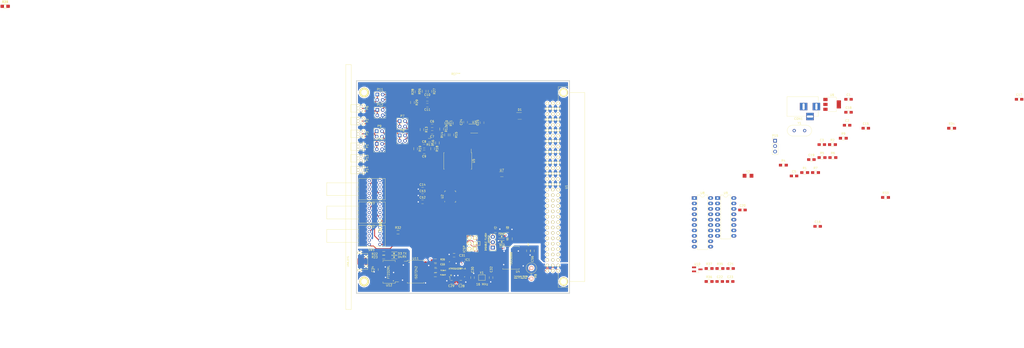
<source format=kicad_pcb>
(kicad_pcb (version 4) (host pcbnew 4.0.4-stable)
  (layers (0 F.Cu signal) (31 B.Cu signal) (34 B.Paste user) (35 F.Paste user) (36 B.SilkS user) (37 F.SilkS user) (38 B.Mask user) (39 F.Mask user) (44 Edge.Cuts user))
  (net 0 "")
  (net 1 /DIYino/USB_RESET_OUT)
  (net 2 /DIYino/USB_3V3)
  (net 3 /DIYino/USB_GND)
  (net 4 "Net-(D3-Pad2)")
  (net 5 "Net-(D4-Pad2)")
  (net 6 "Net-(D4-Pad1)")
  (net 7 /DIYino/USB_5V)
  (net 8 /DIYino/USB_D-)
  (net 9 /DIYino/USB_D+)
  (net 10 /DIYino/RX)
  (net 11 /DIYino/TX)
  (net 12 /DIYino/USB_RESET_IN)
  (net 13 /RS485_A)
  (net 14 /RS485_B)
  (net 15 /RS485_+5V)
  (net 16 /ARD_RST)
  (net 17 "Net-(C31-Pad1)")
  (net 18 "Net-(D2-Pad1)")
  (net 19 "Net-(D5-Pad2)")
  (net 20 "Net-(U11-Pad3)")
  (net 21 "Net-(U11-Pad5)")
  (net 22 "Net-(C4-Pad1)")
  (net 23 "Net-(C30-Pad2)")
  (net 24 "Net-(C32-Pad1)")
  (net 25 "Net-(D3-Pad1)")
  (net 26 /RS485_DE)
  (net 27 /RS485_D)
  (net 28 /RS485_R)
  (net 29 /RS485_RE)
  (net 30 /RS485_GND)
  (net 31 "Net-(X1-Pad3)")
  (net 32 GND)
  (net 33 /BPSubsheet/+24V)
  (net 34 /BPSubsheet/-15V)
  (net 35 /BPSubsheet/+15V)
  (net 36 /BPSubsheet/-12V)
  (net 37 /BPSubsheet/+12V)
  (net 38 /BPSubsheet/-5V)
  (net 39 /BPSubsheet/+5V)
  (net 40 "Net-(C1-Pad2)")
  (net 41 "Net-(C2-Pad2)")
  (net 42 "Net-(C3-Pad1)")
  (net 43 "Net-(C5-Pad1)")
  (net 44 /StraightThrough)
  (net 45 /GP22_START)
  (net 46 "Net-(C12-Pad2)")
  (net 47 /GP22_STOP1)
  (net 48 "Net-(C13-Pad2)")
  (net 49 /GP22_STOP2)
  (net 50 "Net-(C14-Pad2)")
  (net 51 "Net-(C15-Pad1)")
  (net 52 "Net-(C16-Pad1)")
  (net 53 "Net-(C17-Pad1)")
  (net 54 "Net-(C18-Pad1)")
  (net 55 +3V3)
  (net 56 /GP22_VIO)
  (net 57 "Net-(C22-Pad1)")
  (net 58 /GP22_VCC)
  (net 59 /~CTR_CLR)
  (net 60 /CTR_LOAD)
  (net 61 /CTR_BIT_SEL)
  (net 62 /GP22_CS)
  (net 63 /GP22_MOSI)
  (net 64 /GP22_MISO)
  (net 65 /GP22_SCK)
  (net 66 /LTC_FILTB)
  (net 67 /LTC_FILTA)
  (net 68 /GP22_INT)
  (net 69 /GP22_EN_START)
  (net 70 /GP22_EN_STOP1)
  (net 71 /GP22_EN_STOP2)
  (net 72 /REG_DATA)
  (net 73 /REG_LOAD)
  (net 74 /REG_CLK)
  (net 75 /TTLBufferedOut1)
  (net 76 /InputCoupling/InputSignal)
  (net 77 /InputCoupling/InputGnd)
  (net 78 /InputCoupling2/InputSignal)
  (net 79 /InputCoupling2/InputGnd)
  (net 80 /InputCoupling3/InputSignal)
  (net 81 /InputCoupling3/InputGnd)
  (net 82 /TTLBufferedOut2)
  (net 83 /TTLBufferedOut3)
  (net 84 /Backplane_3V3)
  (net 85 "Net-(P15-Pad3)")
  (net 86 "Net-(R35-Pad2)")
  (net 87 /SineRectified)
  (net 88 /TTLBuffered)
  (net 89 /TTLBufferedOut_toCounter)
  (net 90 /Counter/~CTR_GAL)
  (net 91 "Net-(U8-Pad12)")
  (net 92 "Net-(U8-Pad13)")
  (net 93 "Net-(U8-Pad14)")
  (net 94 "Net-(U8-Pad15)")
  (net 95 "Net-(U8-Pad16)")
  (net 96 "Net-(U8-Pad17)")
  (net 97 "Net-(U8-Pad18)")
  (net 98 "Net-(U8-Pad19)")
  (net 99 /InputCoupling/RF_2)
  (net 100 /InputCoupling/RF_4)
  (net 101 /InputCoupling2/RF_2)
  (net 102 /InputCoupling2/RF_4)
  (net 103 /InputCoupling3/RF_2)
  (net 104 /InputCoupling3/RF_4)
  (net 105 /InputCoupling/OutputS+)
  (net 106 /InputCoupling/OutputS-)
  (net 107 /InputCoupling2/OutputS+)
  (module Pin_Headers:Pin_Header_Straight_2x02_Pitch2.54mm (layer F.Cu) (at 174.75 48.75)
    (fp_text reference P12 (at 1.27 -2.39) (layer F.SilkS))
    (fp_text value CONN_02X02)
    (pad 1 thru_hole rect (at 0 0) (size 1.7 1.7) (drill 1) (layers *.Cu *.Mask) (net 81 /InputCoupling3/InputGnd))
    (pad 2 thru_hole oval (at 2.54 0) (size 1.7 1.7) (drill 1) (layers *.Cu *.Mask) (net 104 /InputCoupling3/RF_4))
    (pad 3 thru_hole oval (at 0 2.54) (size 1.7 1.7) (drill 1) (layers *.Cu *.Mask) (net 81 /InputCoupling3/InputGnd))
    (pad 4 thru_hole oval (at 2.54 2.54) (size 1.7 1.7) (drill 1) (layers *.Cu *.Mask) (net 32 GND))
  )
  (module Capacitors_SMD:C_0805_HandSoldering (layer F.Cu) (at 247.6 115 270)
    (fp_text reference C56 (at 3.8 0 270) (layer F.SilkS))
    (fp_text value 1u)
    (pad 1 smd rect (at -1.25 0 270) (size 1.5 1.25) (layers F.Cu F.Paste F.Mask) (net 15 /RS485_+5V))
    (pad 2 smd rect (at 1.25 0 270) (size 1.5 1.25) (layers F.Cu F.Paste F.Mask) (net 30 /RS485_GND))
  )
  (module Capacitors_SMD:C_0805_HandSoldering (layer F.Cu) (at 230.2 105.5)
    (fp_text reference C4 (at 0.1 -1.5) (layer F.SilkS) (effects (font (size 0.7 0.7) (thickness 0.125))))
    (fp_text value 1u)
    (pad 1 smd rect (at -1.25 0) (size 1.5 1.25) (layers F.Cu F.Paste F.Mask) (net 22 "Net-(C4-Pad1)"))
    (pad 2 smd rect (at 1.25 0) (size 1.5 1.25) (layers F.Cu F.Paste F.Mask) (net 32 GND))
  )
  (module Capacitors_SMD:C_0805_HandSoldering (layer F.Cu) (at 214 129.7)
    (fp_text reference C28 (at 0.3 1.9) (layer F.SilkS))
    (fp_text value 1u)
    (pad 1 smd rect (at -1.25 0) (size 1.5 1.25) (layers F.Cu F.Paste F.Mask) (net 55 +3V3))
    (pad 2 smd rect (at 1.25 0) (size 1.5 1.25) (layers F.Cu F.Paste F.Mask) (net 32 GND))
  )
  (module Capacitors_SMD:C_0805_HandSoldering (layer F.Cu) (at 210.8 117.1 180)
    (fp_text reference C31 (at -3.8 -0.1 180) (layer F.SilkS))
    (fp_text value 100n)
    (pad 1 smd rect (at -1.25 0 180) (size 1.5 1.25) (layers F.Cu F.Paste F.Mask) (net 17 "Net-(C31-Pad1)"))
    (pad 2 smd rect (at 1.25 0 180) (size 1.5 1.25) (layers F.Cu F.Paste F.Mask) (net 32 GND))
  )
  (module Capacitors_SMD:C_0805_HandSoldering (layer F.Cu) (at 209.6 129.7 180)
    (fp_text reference C29 (at 0.1 -1.8 180) (layer F.SilkS))
    (fp_text value 100n)
    (pad 1 smd rect (at -1.25 0 180) (size 1.5 1.25) (layers F.Cu F.Paste F.Mask) (net 55 +3V3))
    (pad 2 smd rect (at 1.25 0 180) (size 1.5 1.25) (layers F.Cu F.Paste F.Mask) (net 32 GND))
  )
  (module Capacitors_SMD:C_0805_HandSoldering (layer F.Cu) (at 202.1 121.9 180)
    (fp_text reference C33 (at -3.3 0.5 180) (layer F.SilkS) (effects (font (size 0.75 0.75))))
    (fp_text value 100n)
    (pad 1 smd rect (at -1.25 0 180) (size 1.5 1.25) (layers F.Cu F.Paste F.Mask) (net 16 /ARD_RST))
    (pad 2 smd rect (at 1.25 0 180) (size 1.5 1.25) (layers F.Cu F.Paste F.Mask) (net 1 /DIYino/USB_RESET_OUT))
  )
  (module Capacitors_SMD:C_0805_HandSoldering (layer F.Cu) (at 174.3 123.8 270)
    (fp_text reference C34 (at -0.2 1.7 270) (layer F.SilkS))
    (fp_text value 100n)
    (pad 1 smd rect (at -1.25 0 270) (size 1.5 1.25) (layers F.Cu F.Paste F.Mask) (net 2 /DIYino/USB_3V3))
    (pad 2 smd rect (at 1.25 0 270) (size 1.5 1.25) (layers F.Cu F.Paste F.Mask) (net 3 /DIYino/USB_GND))
  )
  (module LEDs:LED_0805 (layer F.Cu) (at 182.5 118 180)
    (fp_text reference D4 (at -2.9 0.1 180) (layer F.SilkS))
    (fp_text value RX (at -5 0.2 180) (layer F.SilkS))
    (pad 2 smd rect (at 1.04902 0) (size 1.19888 1.19888) (layers F.Cu F.Paste F.Mask) (net 5 "Net-(D4-Pad2)"))
    (pad 1 smd rect (at -1.04902 0) (size 1.19888 1.19888) (layers F.Cu F.Paste F.Mask) (net 6 "Net-(D4-Pad1)"))
  )
  (module LEDs:LED_0805 (layer F.Cu) (at 182.5 116.25 180)
    (fp_text reference D3 (at -2.9 0 180) (layer F.SilkS))
    (fp_text value TX (at -5.2 0 180) (layer F.SilkS))
    (pad 2 smd rect (at 1.04902 0) (size 1.19888 1.19888) (layers F.Cu F.Paste F.Mask) (net 4 "Net-(D3-Pad2)"))
    (pad 1 smd rect (at -1.04902 0) (size 1.19888 1.19888) (layers F.Cu F.Paste F.Mask) (net 25 "Net-(D3-Pad1)"))
  )
  (module Housings_QFP:LQFP-32_7x7mm_Pitch0.8mm (layer F.Cu) (at 212.2 123.7 90)
    (fp_text reference IC1 (at 4.5 4.9 180) (layer F.SilkS))
    (fp_text value ATMEGA328P-A (at 0.3 0.1 180) (layer F.SilkS) (effects (font (size 0.7 0.7))))
    (pad 1 smd rect (at -4.25 -2.8 90) (size 1.2 0.6) (layers F.Cu F.Paste F.Mask) (net 27 /RS485_D))
    (pad 2 smd rect (at -4.25 -2 90) (size 1.2 0.6) (layers F.Cu F.Paste F.Mask) (net 26 /RS485_DE))
    (pad 3 smd rect (at -4.25 -1.2 90) (size 1.2 0.6) (layers F.Cu F.Paste F.Mask) (net 32 GND))
    (pad 4 smd rect (at -4.25 -0.4 90) (size 1.2 0.6) (layers F.Cu F.Paste F.Mask) (net 55 +3V3))
    (pad 5 smd rect (at -4.25 0.4 90) (size 1.2 0.6) (layers F.Cu F.Paste F.Mask) (net 32 GND))
    (pad 6 smd rect (at -4.25 1.2 90) (size 1.2 0.6) (layers F.Cu F.Paste F.Mask) (net 55 +3V3))
    (pad 7 smd rect (at -4.25 2 90) (size 1.2 0.6) (layers F.Cu F.Paste F.Mask) (net 23 "Net-(C30-Pad2)"))
    (pad 8 smd rect (at -4.25 2.8 90) (size 1.2 0.6) (layers F.Cu F.Paste F.Mask) (net 24 "Net-(C32-Pad1)"))
    (pad 9 smd rect (at -2.8 4.25 180) (size 1.2 0.6) (layers F.Cu F.Paste F.Mask) (net 29 /RS485_RE))
    (pad 10 smd rect (at -2 4.25 180) (size 1.2 0.6) (layers F.Cu F.Paste F.Mask) (net 28 /RS485_R))
    (pad 11 smd rect (at -1.2 4.25 180) (size 1.2 0.6) (layers F.Cu F.Paste F.Mask) (net 59 /~CTR_CLR))
    (pad 12 smd rect (at -0.4 4.25 180) (size 1.2 0.6) (layers F.Cu F.Paste F.Mask) (net 60 /CTR_LOAD))
    (pad 13 smd rect (at 0.4 4.25 180) (size 1.2 0.6) (layers F.Cu F.Paste F.Mask) (net 61 /CTR_BIT_SEL))
    (pad 14 smd rect (at 1.2 4.25 180) (size 1.2 0.6) (layers F.Cu F.Paste F.Mask) (net 62 /GP22_CS))
    (pad 15 smd rect (at 2 4.25 180) (size 1.2 0.6) (layers F.Cu F.Paste F.Mask) (net 63 /GP22_MOSI))
    (pad 16 smd rect (at 2.8 4.25 180) (size 1.2 0.6) (layers F.Cu F.Paste F.Mask) (net 64 /GP22_MISO))
    (pad 17 smd rect (at 4.25 2.8 90) (size 1.2 0.6) (layers F.Cu F.Paste F.Mask) (net 65 /GP22_SCK))
    (pad 18 smd rect (at 4.25 2 90) (size 1.2 0.6) (layers F.Cu F.Paste F.Mask) (net 55 +3V3))
    (pad 19 smd rect (at 4.25 1.2 90) (size 1.2 0.6) (layers F.Cu F.Paste F.Mask))
    (pad 20 smd rect (at 4.25 0.4 90) (size 1.2 0.6) (layers F.Cu F.Paste F.Mask) (net 17 "Net-(C31-Pad1)"))
    (pad 21 smd rect (at 4.25 -0.4 90) (size 1.2 0.6) (layers F.Cu F.Paste F.Mask) (net 32 GND))
    (pad 22 smd rect (at 4.25 -1.2 90) (size 1.2 0.6) (layers F.Cu F.Paste F.Mask))
    (pad 23 smd rect (at 4.25 -2 90) (size 1.2 0.6) (layers F.Cu F.Paste F.Mask) (net 66 /LTC_FILTB))
    (pad 24 smd rect (at 4.25 -2.8 90) (size 1.2 0.6) (layers F.Cu F.Paste F.Mask) (net 67 /LTC_FILTA))
    (pad 25 smd rect (at 2.8 -4.25 180) (size 1.2 0.6) (layers F.Cu F.Paste F.Mask) (net 68 /GP22_INT))
    (pad 26 smd rect (at 2 -4.25 180) (size 1.2 0.6) (layers F.Cu F.Paste F.Mask) (net 69 /GP22_EN_START))
    (pad 27 smd rect (at 1.2 -4.25 180) (size 1.2 0.6) (layers F.Cu F.Paste F.Mask) (net 70 /GP22_EN_STOP1))
    (pad 28 smd rect (at 0.4 -4.25 180) (size 1.2 0.6) (layers F.Cu F.Paste F.Mask) (net 71 /GP22_EN_STOP2))
    (pad 29 smd rect (at -0.4 -4.25 180) (size 1.2 0.6) (layers F.Cu F.Paste F.Mask) (net 16 /ARD_RST))
    (pad 30 smd rect (at -1.2 -4.25 180) (size 1.2 0.6) (layers F.Cu F.Paste F.Mask) (net 72 /REG_DATA))
    (pad 31 smd rect (at -2 -4.25 180) (size 1.2 0.6) (layers F.Cu F.Paste F.Mask) (net 73 /REG_LOAD))
    (pad 32 smd rect (at -2.8 -4.25 180) (size 1.2 0.6) (layers F.Cu F.Paste F.Mask) (net 74 /REG_CLK))
  )
  (module Pin_Headers:Pin_Header_Straight_2x03 (layer F.Cu) (at 220.54 114.04 180)
    (fp_text reference P5 hide)
    (fp_text value ICSP (at 4.94 -0.16 270) (layer F.SilkS))
    (pad 1 thru_hole rect (at 0 0 180) (size 1.7272 1.7272) (drill 1.016) (layers *.Cu *.Mask F.SilkS) (net 64 /GP22_MISO))
    (pad 2 thru_hole oval (at 2.54 0 180) (size 1.7272 1.7272) (drill 1.016) (layers *.Cu *.Mask F.SilkS) (net 55 +3V3))
    (pad 3 thru_hole oval (at 0 2.54 180) (size 1.7272 1.7272) (drill 1.016) (layers *.Cu *.Mask F.SilkS) (net 65 /GP22_SCK))
    (pad 4 thru_hole oval (at 2.54 2.54 180) (size 1.7272 1.7272) (drill 1.016) (layers *.Cu *.Mask F.SilkS) (net 63 /GP22_MOSI))
    (pad 5 thru_hole oval (at 0 5.08 180) (size 1.7272 1.7272) (drill 1.016) (layers *.Cu *.Mask F.SilkS) (net 16 /ARD_RST))
    (pad 6 thru_hole oval (at 2.54 5.08 180) (size 1.7272 1.7272) (drill 1.016) (layers *.Cu *.Mask F.SilkS) (net 32 GND))
  )
  (module Resistors_SMD:R_0805_HandSoldering (layer F.Cu) (at 202 119.7)
    (fp_text reference R20 (at 3.4 -0.6) (layer F.SilkS) (effects (font (size 0.75 0.75))))
    (fp_text value 1k)
    (pad 1 smd rect (at -1.35 0) (size 1.5 1.3) (layers F.Cu F.Paste F.Mask) (net 55 +3V3))
    (pad 2 smd rect (at 1.35 0) (size 1.5 1.3) (layers F.Cu F.Paste F.Mask) (net 16 /ARD_RST))
  )
  (module Resistors_SMD:R_0805_HandSoldering (layer F.Cu) (at 177.75 118 180)
    (fp_text reference R23 (at 4.25 0 180) (layer F.SilkS))
    (fp_text value 100R)
    (pad 1 smd rect (at -1.35 0 180) (size 1.5 1.3) (layers F.Cu F.Paste F.Mask) (net 5 "Net-(D4-Pad2)"))
    (pad 2 smd rect (at 1.35 0 180) (size 1.5 1.3) (layers F.Cu F.Paste F.Mask) (net 7 /DIYino/USB_5V))
  )
  (module Resistors_SMD:R_0805_HandSoldering (layer F.Cu) (at 177.8 116.1 180)
    (fp_text reference R22 (at 4.3 -0.4 360) (layer F.SilkS))
    (fp_text value 100R)
    (pad 1 smd rect (at -1.35 0 180) (size 1.5 1.3) (layers F.Cu F.Paste F.Mask) (net 4 "Net-(D3-Pad2)"))
    (pad 2 smd rect (at 1.35 0 180) (size 1.5 1.3) (layers F.Cu F.Paste F.Mask) (net 7 /DIYino/USB_5V))
  )
  (module Resistors_SMD:R_0805_HandSoldering (layer F.Cu) (at 202.2 124.2 180)
    (fp_text reference R_Ser1 (at -3.6 0 180) (layer F.SilkS) (effects (font (size 0.5 0.5) (thickness 0.125))))
    (fp_text value 1k)
    (pad 1 smd rect (at -1.35 0 180) (size 1.5 1.3) (layers F.Cu F.Paste F.Mask) (net 72 /REG_DATA))
    (pad 2 smd rect (at 1.35 0 180) (size 1.5 1.3) (layers F.Cu F.Paste F.Mask) (net 10 /DIYino/RX))
  )
  (module Resistors_SMD:R_0805_HandSoldering (layer F.Cu) (at 202 126.3)
    (fp_text reference R_Ser2 (at 3.6 0) (layer F.SilkS) (effects (font (size 0.5 0.5) (thickness 0.125))))
    (fp_text value 1k)
    (pad 1 smd rect (at -1.35 0) (size 1.5 1.3) (layers F.Cu F.Paste F.Mask) (net 11 /DIYino/TX))
    (pad 2 smd rect (at 1.35 0) (size 1.5 1.3) (layers F.Cu F.Paste F.Mask) (net 73 /REG_LOAD))
  )
  (module Housings_SOIC:SOIC-16_7.5x10.3mm_Pitch1.27mm (layer F.Cu) (at 192.75 124.855)
    (fp_text reference U11 (at 0 -6.25) (layer F.SilkS))
    (fp_text value ISO7242 (at 0.25 0.445 90) (layer F.SilkS))
    (pad 1 smd rect (at -4.65 -4.445) (size 1.5 0.6) (layers F.Cu F.Paste F.Mask) (net 7 /DIYino/USB_5V))
    (pad 2 smd rect (at -4.65 -3.175) (size 1.5 0.6) (layers F.Cu F.Paste F.Mask) (net 3 /DIYino/USB_GND))
    (pad 3 smd rect (at -4.65 -1.905) (size 1.5 0.6) (layers F.Cu F.Paste F.Mask) (net 20 "Net-(U11-Pad3)"))
    (pad 4 smd rect (at -4.65 -0.635) (size 1.5 0.6) (layers F.Cu F.Paste F.Mask) (net 12 /DIYino/USB_RESET_IN))
    (pad 5 smd rect (at -4.65 0.635) (size 1.5 0.6) (layers F.Cu F.Paste F.Mask) (net 21 "Net-(U11-Pad5)"))
    (pad 6 smd rect (at -4.65 1.905) (size 1.5 0.6) (layers F.Cu F.Paste F.Mask))
    (pad 7 smd rect (at -4.65 3.175) (size 1.5 0.6) (layers F.Cu F.Paste F.Mask))
    (pad 8 smd rect (at -4.65 4.445) (size 1.5 0.6) (layers F.Cu F.Paste F.Mask) (net 3 /DIYino/USB_GND))
    (pad 9 smd rect (at 4.65 4.445) (size 1.5 0.6) (layers F.Cu F.Paste F.Mask) (net 32 GND))
    (pad 10 smd rect (at 4.65 3.175) (size 1.5 0.6) (layers F.Cu F.Paste F.Mask))
    (pad 11 smd rect (at 4.65 1.905) (size 1.5 0.6) (layers F.Cu F.Paste F.Mask))
    (pad 12 smd rect (at 4.65 0.635) (size 1.5 0.6) (layers F.Cu F.Paste F.Mask) (net 11 /DIYino/TX))
    (pad 13 smd rect (at 4.65 -0.635) (size 1.5 0.6) (layers F.Cu F.Paste F.Mask) (net 1 /DIYino/USB_RESET_OUT))
    (pad 14 smd rect (at 4.65 -1.905) (size 1.5 0.6) (layers F.Cu F.Paste F.Mask) (net 10 /DIYino/RX))
    (pad 15 smd rect (at 4.65 -3.175) (size 1.5 0.6) (layers F.Cu F.Paste F.Mask) (net 32 GND))
    (pad 16 smd rect (at 4.65 -4.445) (size 1.5 0.6) (layers F.Cu F.Paste F.Mask) (net 55 +3V3))
  )
  (module Housings_SSOP:SSOP-28_5.3x10.2mm_Pitch0.65mm (layer F.Cu) (at 180.3 124.9 180)
    (fp_text reference U12 (at 0 -6.25 180) (layer F.SilkS))
    (fp_text value FT232RL (at 0.3 -0.1 270) (layer F.SilkS))
    (pad 1 smd rect (at -3.6 -4.225 180) (size 1.75 0.45) (layers F.Cu F.Paste F.Mask) (net 20 "Net-(U11-Pad3)"))
    (pad 2 smd rect (at -3.6 -3.575 180) (size 1.75 0.45) (layers F.Cu F.Paste F.Mask) (net 12 /DIYino/USB_RESET_IN))
    (pad 3 smd rect (at -3.6 -2.925 180) (size 1.75 0.45) (layers F.Cu F.Paste F.Mask))
    (pad 4 smd rect (at -3.6 -2.275 180) (size 1.75 0.45) (layers F.Cu F.Paste F.Mask) (net 7 /DIYino/USB_5V))
    (pad 5 smd rect (at -3.6 -1.625 180) (size 1.75 0.45) (layers F.Cu F.Paste F.Mask) (net 21 "Net-(U11-Pad5)"))
    (pad 6 smd rect (at -3.6 -0.975 180) (size 1.75 0.45) (layers F.Cu F.Paste F.Mask))
    (pad 7 smd rect (at -3.6 -0.325 180) (size 1.75 0.45) (layers F.Cu F.Paste F.Mask) (net 3 /DIYino/USB_GND))
    (pad 8 smd rect (at -3.6 0.325 180) (size 1.75 0.45) (layers F.Cu F.Paste F.Mask))
    (pad 9 smd rect (at -3.6 0.975 180) (size 1.75 0.45) (layers F.Cu F.Paste F.Mask))
    (pad 10 smd rect (at -3.6 1.625 180) (size 1.75 0.45) (layers F.Cu F.Paste F.Mask))
    (pad 11 smd rect (at -3.6 2.275 180) (size 1.75 0.45) (layers F.Cu F.Paste F.Mask))
    (pad 12 smd rect (at -3.6 2.925 180) (size 1.75 0.45) (layers F.Cu F.Paste F.Mask))
    (pad 13 smd rect (at -3.6 3.575 180) (size 1.75 0.45) (layers F.Cu F.Paste F.Mask))
    (pad 14 smd rect (at -3.6 4.225 180) (size 1.75 0.45) (layers F.Cu F.Paste F.Mask))
    (pad 15 smd rect (at 3.6 4.225 180) (size 1.75 0.45) (layers F.Cu F.Paste F.Mask) (net 9 /DIYino/USB_D+))
    (pad 16 smd rect (at 3.6 3.575 180) (size 1.75 0.45) (layers F.Cu F.Paste F.Mask) (net 8 /DIYino/USB_D-))
    (pad 17 smd rect (at 3.6 2.925 180) (size 1.75 0.45) (layers F.Cu F.Paste F.Mask) (net 2 /DIYino/USB_3V3))
    (pad 18 smd rect (at 3.6 2.275 180) (size 1.75 0.45) (layers F.Cu F.Paste F.Mask) (net 3 /DIYino/USB_GND))
    (pad 19 smd rect (at 3.6 1.625 180) (size 1.75 0.45) (layers F.Cu F.Paste F.Mask))
    (pad 20 smd rect (at 3.6 0.975 180) (size 1.75 0.45) (layers F.Cu F.Paste F.Mask) (net 7 /DIYino/USB_5V))
    (pad 21 smd rect (at 3.6 0.325 180) (size 1.75 0.45) (layers F.Cu F.Paste F.Mask) (net 3 /DIYino/USB_GND))
    (pad 22 smd rect (at 3.6 -0.325 180) (size 1.75 0.45) (layers F.Cu F.Paste F.Mask) (net 6 "Net-(D4-Pad1)"))
    (pad 23 smd rect (at 3.6 -0.975 180) (size 1.75 0.45) (layers F.Cu F.Paste F.Mask) (net 25 "Net-(D3-Pad1)"))
    (pad 24 smd rect (at 3.6 -1.625 180) (size 1.75 0.45) (layers F.Cu F.Paste F.Mask))
    (pad 25 smd rect (at 3.6 -2.275 180) (size 1.75 0.45) (layers F.Cu F.Paste F.Mask) (net 3 /DIYino/USB_GND))
    (pad 26 smd rect (at 3.6 -2.925 180) (size 1.75 0.45) (layers F.Cu F.Paste F.Mask) (net 3 /DIYino/USB_GND))
    (pad 27 smd rect (at 3.6 -3.575 180) (size 1.75 0.45) (layers F.Cu F.Paste F.Mask))
    (pad 28 smd rect (at 3.6 -4.225 180) (size 1.75 0.45) (layers F.Cu F.Paste F.Mask))
  )
  (module Capacitors_SMD:C_0805_HandSoldering (layer F.Cu) (at 228.2 127.6 270)
    (fp_text reference C32 (at -3.85 -0.05 270) (layer F.SilkS))
    (fp_text value 8p)
    (pad 1 smd rect (at -1.25 0 270) (size 1.5 1.25) (layers F.Cu F.Paste F.Mask) (net 24 "Net-(C32-Pad1)"))
    (pad 2 smd rect (at 1.25 0 270) (size 1.5 1.25) (layers F.Cu F.Paste F.Mask) (net 32 GND))
  )
  (module Capacitors_SMD:C_0805_HandSoldering (layer F.Cu) (at 219.5 127.6 270)
    (fp_text reference C30 (at -3.7 0 270) (layer F.SilkS))
    (fp_text value 8p)
    (pad 1 smd rect (at -1.25 0 270) (size 1.5 1.25) (layers F.Cu F.Paste F.Mask) (net 32 GND))
    (pad 2 smd rect (at 1.25 0 270) (size 1.5 1.25) (layers F.Cu F.Paste F.Mask) (net 23 "Net-(C30-Pad2)"))
  )
  (module Custom:MICRO-B_USB_TOP_MOUNT (layer F.Cu) (at 165 120 270)
    (fp_text reference P4 hide)
    (fp_text value USB_OTG (at 0 4 270) (layer F.SilkS) (effects (font (size 0.762 0.762) (thickness 0.127))))
    (pad 6 thru_hole oval (at -4.175 -1.45 270) (size 1 1.9) (drill oval 0.6 1.3) (layers *.Cu *.Mask F.SilkS) (net 3 /DIYino/USB_GND))
    (pad 6 thru_hole oval (at 4.175 -1.45 270) (size 1 1.9) (drill oval 0.6 1.3) (layers *.Cu *.Mask F.SilkS) (net 3 /DIYino/USB_GND))
    (pad "" connect rect (at 0 -1.45 270) (size 2.9 1.9) (layers F.Cu F.Mask))
    (pad 6 thru_hole oval (at -2.225 -4.45 270) (size 1.05 1.25) (drill oval 0.65 0.85) (layers *.Cu *.Mask F.SilkS) (net 3 /DIYino/USB_GND))
    (pad 6 thru_hole oval (at 2.225 -4.45 270) (size 1.05 1.25) (drill oval 0.65 0.85) (layers *.Cu *.Mask F.SilkS) (net 3 /DIYino/USB_GND))
    (pad 1 smd rect (at 1.3 -4.125 270) (size 0.4 1.35) (layers F.Cu F.Paste F.Mask) (net 7 /DIYino/USB_5V))
    (pad 2 smd rect (at 0.65 -4.125 270) (size 0.4 1.35) (layers F.Cu F.Paste F.Mask) (net 8 /DIYino/USB_D-))
    (pad 3 smd rect (at 0 -4.125 270) (size 0.4 1.35) (layers F.Cu F.Paste F.Mask) (net 9 /DIYino/USB_D+))
    (pad 4 smd rect (at -0.65 -4.125 270) (size 0.4 1.35) (layers F.Cu F.Paste F.Mask))
    (pad 5 smd rect (at -1.3 -4.125 270) (size 0.4 1.35) (layers F.Cu F.Paste F.Mask) (net 3 /DIYino/USB_GND))
  )
  (module LEDs:LED_0805 (layer F.Cu) (at 233.3 110.8)
    (fp_text reference D5 hide)
    (fp_text value SCLK (at 0.1 1.5) (layer F.SilkS) (effects (font (size 0.7 0.7))))
    (pad 2 smd rect (at 1.04902 0 180) (size 1.19888 1.19888) (layers F.Cu F.Paste F.Mask) (net 19 "Net-(D5-Pad2)"))
    (pad 1 smd rect (at -1.04902 0 180) (size 1.19888 1.19888) (layers F.Cu F.Paste F.Mask) (net 32 GND))
  )
  (module LEDs:LED_0805 (layer F.Cu) (at 233.3 108.3)
    (fp_text reference D2 hide)
    (fp_text value POWER (at 0.1 -1.4) (layer F.SilkS) (effects (font (size 0.7 0.7))))
    (pad 2 smd rect (at 1.04902 0 180) (size 1.19888 1.19888) (layers F.Cu F.Paste F.Mask) (net 55 +3V3))
    (pad 1 smd rect (at -1.04902 0 180) (size 1.19888 1.19888) (layers F.Cu F.Paste F.Mask) (net 18 "Net-(D2-Pad1)"))
  )
  (module Resistors_SMD:R_0805_HandSoldering (layer F.Cu) (at 235.9 105.5)
    (fp_text reference R3 (at 0 -1.5) (layer F.SilkS) (effects (font (size 0.7 0.7))))
    (fp_text value 100R)
    (pad 1 smd rect (at -1.35 0) (size 1.5 1.3) (layers F.Cu F.Paste F.Mask) (net 18 "Net-(D2-Pad1)"))
    (pad 2 smd rect (at 1.35 0) (size 1.5 1.3) (layers F.Cu F.Paste F.Mask) (net 32 GND))
  )
  (module Resistors_SMD:R_0805_HandSoldering (layer F.Cu) (at 237.2 109.4 90)
    (fp_text reference R21 (at 0 -1.4 90) (layer F.SilkS) (effects (font (size 0.5 0.5) (thickness 0.125))))
    (fp_text value 100R)
    (pad 1 smd rect (at -1.35 0 90) (size 1.5 1.3) (layers F.Cu F.Paste F.Mask) (net 65 /GP22_SCK))
    (pad 2 smd rect (at 1.35 0 90) (size 1.5 1.3) (layers F.Cu F.Paste F.Mask) (net 19 "Net-(D5-Pad2)"))
  )
  (module Pin_Headers:Pin_Header_Straight_1x03 (layer F.Cu) (at 229 113.5 180)
    (fp_text reference JP1 hide)
    (fp_text value "DISABLE FLASH" (at 3.3 2.7 270) (layer F.SilkS) (effects (font (size 0.75 0.75))))
    (pad 1 thru_hole rect (at 0 0 180) (size 2.032 1.7272) (drill 1.016) (layers *.Cu *.Mask))
    (pad 2 thru_hole oval (at 0 2.54 180) (size 2.032 1.7272) (drill 1.016) (layers *.Cu *.Mask) (net 16 /ARD_RST))
    (pad 3 thru_hole oval (at 0 5.08 180) (size 2.032 1.7272) (drill 1.016) (layers *.Cu *.Mask) (net 22 "Net-(C4-Pad1)"))
  )
  (module Housings_SOIC:SOIC-16W_7.5x10.3mm_Pitch1.27mm (layer F.Cu) (at 237.5 118.3)
    (fp_text reference U4 (at 3.25 6.45) (layer F.SilkS))
    (fp_text value ISO3088 (at 0.1 0.4 90) (layer F.SilkS))
    (pad 1 smd rect (at -4.65 -4.445) (size 1.5 0.6) (layers F.Cu F.Paste F.Mask) (net 55 +3V3))
    (pad 2 smd rect (at -4.65 -3.175) (size 1.5 0.6) (layers F.Cu F.Paste F.Mask) (net 32 GND))
    (pad 3 smd rect (at -4.65 -1.905) (size 1.5 0.6) (layers F.Cu F.Paste F.Mask) (net 28 /RS485_R))
    (pad 4 smd rect (at -4.65 -0.635) (size 1.5 0.6) (layers F.Cu F.Paste F.Mask) (net 29 /RS485_RE))
    (pad 5 smd rect (at -4.65 0.635) (size 1.5 0.6) (layers F.Cu F.Paste F.Mask) (net 26 /RS485_DE))
    (pad 6 smd rect (at -4.65 1.905) (size 1.5 0.6) (layers F.Cu F.Paste F.Mask) (net 27 /RS485_D))
    (pad 7 smd rect (at -4.65 3.175) (size 1.5 0.6) (layers F.Cu F.Paste F.Mask) (net 32 GND))
    (pad 8 smd rect (at -4.65 4.445) (size 1.5 0.6) (layers F.Cu F.Paste F.Mask) (net 32 GND))
    (pad 9 smd rect (at 4.65 4.445) (size 1.5 0.6) (layers F.Cu F.Paste F.Mask) (net 30 /RS485_GND))
    (pad 10 smd rect (at 4.65 3.175) (size 1.5 0.6) (layers F.Cu F.Paste F.Mask) (net 30 /RS485_GND))
    (pad 11 smd rect (at 4.65 1.905) (size 1.5 0.6) (layers F.Cu F.Paste F.Mask))
    (pad 12 smd rect (at 4.65 0.635) (size 1.5 0.6) (layers F.Cu F.Paste F.Mask) (net 13 /RS485_A))
    (pad 13 smd rect (at 4.65 -0.635) (size 1.5 0.6) (layers F.Cu F.Paste F.Mask) (net 14 /RS485_B))
    (pad 14 smd rect (at 4.65 -1.905) (size 1.5 0.6) (layers F.Cu F.Paste F.Mask))
    (pad 15 smd rect (at 4.65 -3.175) (size 1.5 0.6) (layers F.Cu F.Paste F.Mask) (net 30 /RS485_GND))
    (pad 16 smd rect (at 4.65 -4.445) (size 1.5 0.6) (layers F.Cu F.Paste F.Mask) (net 15 /RS485_+5V))
  )
  (module Capacitors_SMD:C_0805_HandSoldering (layer F.Cu) (at 245.7 115 270)
    (fp_text reference C57 (at -3 0 270) (layer F.SilkS) (effects (font (size 0.5 0.5) (thickness 0.125))))
    (fp_text value 100n)
    (pad 1 smd rect (at -1.25 0 270) (size 1.5 1.25) (layers F.Cu F.Paste F.Mask) (net 15 /RS485_+5V))
    (pad 2 smd rect (at 1.25 0 270) (size 1.5 1.25) (layers F.Cu F.Paste F.Mask) (net 30 /RS485_GND))
  )
  (module Crystals:crystal_FA238-TSX3225 (layer F.Cu) (at 223.9 127.6)
    (fp_text reference X1 (at -0.1 -2.3) (layer F.SilkS))
    (fp_text value "TSX-3225  X1E0000210013")
    (pad 1 smd rect (at -1.1 0.8) (size 1.4 1.2) (layers F.Cu F.Paste F.Mask) (net 23 "Net-(C30-Pad2)"))
    (pad 3 smd rect (at 1.1 0.8) (size 1.4 1.2) (layers F.Cu F.Paste F.Mask) (net 31 "Net-(X1-Pad3)"))
    (pad 3 smd rect (at -1.1 -0.8) (size 1.4 1.2) (layers F.Cu F.Paste F.Mask) (net 31 "Net-(X1-Pad3)"))
    (pad 2 smd rect (at 1.1 -0.8) (size 1.4 1.2) (layers F.Cu F.Paste F.Mask) (net 24 "Net-(C32-Pad1)"))
  )
  (module Resistors_ThroughHole:Resistor_Vertical_RM5mm (layer F.Cu) (at 247.1 125.6 270)
    (fp_text reference R8 (at 1.25 -2 270) (layer F.SilkS))
    (fp_text value RS485_TERM)
    (pad 1 thru_hole circle (at -2.49936 0 270) (size 1.99898 1.99898) (drill 1.00076) (layers *.Cu *.SilkS *.Mask) (net 13 /RS485_A))
    (pad 2 thru_hole circle (at 2.5019 0 270) (size 1.99898 1.99898) (drill 1.00076) (layers *.Cu *.SilkS *.Mask) (net 14 /RS485_B))
  )
  (module Backplane:96way_DIN_41612 (layer F.Cu) (at 265 85 90)
    (fp_text reference U1 (at 0 -1.49 90) (layer F.SilkS))
    (fp_text value "RS 252-210")
    (pad C1 thru_hole circle (at 39.37 -5.3 270) (size 1.50114 1.50114) (drill 1) (layers *.Cu *.Mask F.SilkS) (net 33 /BPSubsheet/+24V))
    (pad C2 thru_hole circle (at 36.83 -5.3 270) (size 1.50114 1.50114) (drill 1) (layers *.Cu *.Mask F.SilkS) (net 32 GND))
    (pad C4 thru_hole circle (at 31.75 -5.3 270) (size 1.50114 1.50114) (drill 1) (layers *.Cu *.Mask F.SilkS) (net 32 GND))
    (pad C3 thru_hole circle (at 34.29 -5.3 270) (size 1.50114 1.50114) (drill 1) (layers *.Cu *.Mask F.SilkS) (net 34 /BPSubsheet/-15V))
    (pad C5 thru_hole circle (at 29.21 -5.3 270) (size 1.50114 1.50114) (drill 1) (layers *.Cu *.Mask F.SilkS) (net 35 /BPSubsheet/+15V))
    (pad C6 thru_hole circle (at 26.67 -5.3 270) (size 1.50114 1.50114) (drill 1) (layers *.Cu *.Mask F.SilkS) (net 32 GND))
    (pad C7 thru_hole circle (at 24.13 -5.3 270) (size 1.50114 1.50114) (drill 1) (layers *.Cu *.Mask F.SilkS) (net 36 /BPSubsheet/-12V))
    (pad C8 thru_hole circle (at 21.59 -5.3 270) (size 1.50114 1.50114) (drill 1) (layers *.Cu *.Mask F.SilkS) (net 32 GND))
    (pad C9 thru_hole circle (at 19.05 -5.3 270) (size 1.50114 1.50114) (drill 1) (layers *.Cu *.Mask F.SilkS) (net 37 /BPSubsheet/+12V))
    (pad C10 thru_hole circle (at 16.51 -5.3 270) (size 1.50114 1.50114) (drill 1) (layers *.Cu *.Mask F.SilkS) (net 32 GND))
    (pad C11 thru_hole circle (at 13.97 -5.3 270) (size 1.50114 1.50114) (drill 1) (layers *.Cu *.Mask F.SilkS) (net 38 /BPSubsheet/-5V))
    (pad C12 thru_hole circle (at 11.43 -5.3 270) (size 1.50114 1.50114) (drill 1) (layers *.Cu *.Mask F.SilkS) (net 32 GND))
    (pad C13 thru_hole circle (at 8.89 -5.3 270) (size 1.50114 1.50114) (drill 1) (layers *.Cu *.Mask F.SilkS) (net 39 /BPSubsheet/+5V))
    (pad C14 thru_hole circle (at 6.35 -5.3 270) (size 1.50114 1.50114) (drill 1) (layers *.Cu *.Mask F.SilkS) (net 32 GND))
    (pad C15 thru_hole circle (at 3.81 -5.3 270) (size 1.50114 1.50114) (drill 1) (layers *.Cu *.Mask F.SilkS) (net 84 /Backplane_3V3))
    (pad C16 thru_hole circle (at 1.27 -5.3 270) (size 1.50114 1.50114) (drill 1) (layers *.Cu *.Mask F.SilkS) (net 32 GND))
    (pad C17 thru_hole circle (at -1.27 -5.3 270) (size 1.50114 1.50114) (drill 1) (layers *.Cu *.Mask F.SilkS))
    (pad C18 thru_hole circle (at -3.81 -5.3 270) (size 1.50114 1.50114) (drill 1) (layers *.Cu *.Mask F.SilkS))
    (pad C19 thru_hole circle (at -6.35 -5.3 270) (size 1.50114 1.50114) (drill 1) (layers *.Cu *.Mask F.SilkS))
    (pad C20 thru_hole circle (at -8.89 -5.3 270) (size 1.50114 1.50114) (drill 1) (layers *.Cu *.Mask F.SilkS))
    (pad C21 thru_hole circle (at -11.43 -5.3 270) (size 1.50114 1.50114) (drill 1) (layers *.Cu *.Mask F.SilkS))
    (pad C22 thru_hole circle (at -13.97 -5.3 270) (size 1.50114 1.50114) (drill 1) (layers *.Cu *.Mask F.SilkS))
    (pad C23 thru_hole circle (at -16.51 -5.3 270) (size 1.50114 1.50114) (drill 1) (layers *.Cu *.Mask F.SilkS))
    (pad C24 thru_hole circle (at -19.05 -5.3 270) (size 1.50114 1.50114) (drill 1) (layers *.Cu *.Mask F.SilkS))
    (pad C25 thru_hole circle (at -21.59 -5.3 270) (size 1.50114 1.50114) (drill 1) (layers *.Cu *.Mask F.SilkS))
    (pad C26 thru_hole circle (at -24.13 -5.3 270) (size 1.50114 1.50114) (drill 1) (layers *.Cu *.Mask F.SilkS))
    (pad C27 thru_hole circle (at -26.67 -5.3 270) (size 1.50114 1.50114) (drill 1) (layers *.Cu *.Mask F.SilkS))
    (pad C28 thru_hole circle (at -29.21 -5.3 270) (size 1.50114 1.50114) (drill 1) (layers *.Cu *.Mask F.SilkS))
    (pad C29 thru_hole circle (at -31.75 -5.3 270) (size 1.50114 1.50114) (drill 1) (layers *.Cu *.Mask F.SilkS))
    (pad C30 thru_hole circle (at -34.29 -5.3 270) (size 1.50114 1.50114) (drill 1) (layers *.Cu *.Mask F.SilkS))
    (pad C31 thru_hole circle (at -36.83 -5.3 270) (size 1.50114 1.50114) (drill 1) (layers *.Cu *.Mask F.SilkS) (net 30 /RS485_GND))
    (pad C32 thru_hole circle (at -39.37 -5.3 270) (size 1.50114 1.50114) (drill 1) (layers *.Cu *.Mask F.SilkS) (net 15 /RS485_+5V))
    (pad B32 thru_hole circle (at -39.37 -7.84 270) (size 1.50114 1.50114) (drill 1) (layers *.Cu *.Mask F.SilkS) (net 14 /RS485_B))
    (pad B31 thru_hole circle (at -36.83 -7.84 270) (size 1.50114 1.50114) (drill 1) (layers *.Cu *.Mask F.SilkS) (net 30 /RS485_GND))
    (pad B30 thru_hole circle (at -34.29 -7.84 270) (size 1.50114 1.50114) (drill 1) (layers *.Cu *.Mask F.SilkS))
    (pad B29 thru_hole circle (at -31.75 -7.84 270) (size 1.50114 1.50114) (drill 1) (layers *.Cu *.Mask F.SilkS))
    (pad B28 thru_hole circle (at -29.21 -7.84 270) (size 1.50114 1.50114) (drill 1) (layers *.Cu *.Mask F.SilkS))
    (pad B27 thru_hole circle (at -26.67 -7.84 270) (size 1.50114 1.50114) (drill 1) (layers *.Cu *.Mask F.SilkS))
    (pad B26 thru_hole circle (at -24.13 -7.84 270) (size 1.50114 1.50114) (drill 1) (layers *.Cu *.Mask F.SilkS))
    (pad B25 thru_hole circle (at -21.59 -7.84 270) (size 1.50114 1.50114) (drill 1) (layers *.Cu *.Mask F.SilkS))
    (pad B24 thru_hole circle (at -19.05 -7.84 270) (size 1.50114 1.50114) (drill 1) (layers *.Cu *.Mask F.SilkS))
    (pad B23 thru_hole circle (at -16.51 -7.84 270) (size 1.50114 1.50114) (drill 1) (layers *.Cu *.Mask F.SilkS))
    (pad B22 thru_hole circle (at -13.97 -7.84 270) (size 1.50114 1.50114) (drill 1) (layers *.Cu *.Mask F.SilkS))
    (pad B21 thru_hole circle (at -11.43 -7.84 270) (size 1.50114 1.50114) (drill 1) (layers *.Cu *.Mask F.SilkS))
    (pad B20 thru_hole circle (at -8.89 -7.84 270) (size 1.50114 1.50114) (drill 1) (layers *.Cu *.Mask F.SilkS))
    (pad B19 thru_hole circle (at -6.35 -7.84 270) (size 1.50114 1.50114) (drill 1) (layers *.Cu *.Mask F.SilkS))
    (pad B18 thru_hole circle (at -3.81 -7.84 270) (size 1.50114 1.50114) (drill 1) (layers *.Cu *.Mask F.SilkS))
    (pad B17 thru_hole circle (at -1.27 -7.84 270) (size 1.50114 1.50114) (drill 1) (layers *.Cu *.Mask F.SilkS))
    (pad B16 thru_hole circle (at 1.27 -7.84 270) (size 1.50114 1.50114) (drill 1) (layers *.Cu *.Mask F.SilkS) (net 32 GND))
    (pad B15 thru_hole circle (at 3.81 -7.84 270) (size 1.50114 1.50114) (drill 1) (layers *.Cu *.Mask F.SilkS) (net 84 /Backplane_3V3))
    (pad B14 thru_hole circle (at 6.35 -7.84 270) (size 1.50114 1.50114) (drill 1) (layers *.Cu *.Mask F.SilkS) (net 32 GND))
    (pad B13 thru_hole circle (at 8.89 -7.84 270) (size 1.50114 1.50114) (drill 1) (layers *.Cu *.Mask F.SilkS) (net 39 /BPSubsheet/+5V))
    (pad B12 thru_hole circle (at 11.43 -7.84 270) (size 1.50114 1.50114) (drill 1) (layers *.Cu *.Mask F.SilkS) (net 32 GND))
    (pad B11 thru_hole circle (at 13.97 -7.84 270) (size 1.50114 1.50114) (drill 1) (layers *.Cu *.Mask F.SilkS) (net 38 /BPSubsheet/-5V))
    (pad B10 thru_hole circle (at 16.51 -7.84 270) (size 1.50114 1.50114) (drill 1) (layers *.Cu *.Mask F.SilkS) (net 32 GND))
    (pad B9 thru_hole circle (at 19.05 -7.84 270) (size 1.50114 1.50114) (drill 1) (layers *.Cu *.Mask F.SilkS) (net 37 /BPSubsheet/+12V))
    (pad B8 thru_hole circle (at 21.59 -7.84 270) (size 1.50114 1.50114) (drill 1) (layers *.Cu *.Mask F.SilkS) (net 32 GND))
    (pad B7 thru_hole circle (at 24.13 -7.84 270) (size 1.50114 1.50114) (drill 1) (layers *.Cu *.Mask F.SilkS) (net 36 /BPSubsheet/-12V))
    (pad B6 thru_hole circle (at 26.67 -7.84 270) (size 1.50114 1.50114) (drill 1) (layers *.Cu *.Mask F.SilkS) (net 32 GND))
    (pad B5 thru_hole circle (at 29.21 -7.84 270) (size 1.50114 1.50114) (drill 1) (layers *.Cu *.Mask F.SilkS) (net 35 /BPSubsheet/+15V))
    (pad B3 thru_hole circle (at 34.29 -7.84 270) (size 1.50114 1.50114) (drill 1) (layers *.Cu *.Mask F.SilkS) (net 34 /BPSubsheet/-15V))
    (pad B4 thru_hole circle (at 31.75 -7.84 270) (size 1.50114 1.50114) (drill 1) (layers *.Cu *.Mask F.SilkS) (net 32 GND))
    (pad B2 thru_hole circle (at 36.83 -7.84 270) (size 1.50114 1.50114) (drill 1) (layers *.Cu *.Mask F.SilkS) (net 32 GND))
    (pad B1 thru_hole circle (at 39.37 -7.84 270) (size 1.50114 1.50114) (drill 1) (layers *.Cu *.Mask F.SilkS) (net 33 /BPSubsheet/+24V))
    (pad A1 thru_hole circle (at 39.37 -10.38 270) (size 1.50114 1.50114) (drill 1) (layers *.Cu *.Mask F.SilkS) (net 33 /BPSubsheet/+24V))
    (pad A2 thru_hole circle (at 36.83 -10.38 270) (size 1.50114 1.50114) (drill 1) (layers *.Cu *.Mask F.SilkS) (net 32 GND))
    (pad A4 thru_hole circle (at 31.75 -10.38 270) (size 1.50114 1.50114) (drill 1) (layers *.Cu *.Mask F.SilkS) (net 32 GND))
    (pad A3 thru_hole circle (at 34.29 -10.38 270) (size 1.50114 1.50114) (drill 1) (layers *.Cu *.Mask F.SilkS) (net 34 /BPSubsheet/-15V))
    (pad A5 thru_hole circle (at 29.21 -10.38 270) (size 1.50114 1.50114) (drill 1) (layers *.Cu *.Mask F.SilkS) (net 35 /BPSubsheet/+15V))
    (pad A6 thru_hole circle (at 26.67 -10.38 270) (size 1.50114 1.50114) (drill 1) (layers *.Cu *.Mask F.SilkS) (net 32 GND))
    (pad A7 thru_hole circle (at 24.13 -10.38 270) (size 1.50114 1.50114) (drill 1) (layers *.Cu *.Mask F.SilkS) (net 36 /BPSubsheet/-12V))
    (pad A8 thru_hole circle (at 21.59 -10.38 270) (size 1.50114 1.50114) (drill 1) (layers *.Cu *.Mask F.SilkS) (net 32 GND))
    (pad A9 thru_hole circle (at 19.05 -10.38 270) (size 1.50114 1.50114) (drill 1) (layers *.Cu *.Mask F.SilkS) (net 37 /BPSubsheet/+12V))
    (pad A10 thru_hole circle (at 16.51 -10.38 270) (size 1.50114 1.50114) (drill 1) (layers *.Cu *.Mask F.SilkS) (net 32 GND))
    (pad A11 thru_hole circle (at 13.97 -10.38 270) (size 1.50114 1.50114) (drill 1) (layers *.Cu *.Mask F.SilkS) (net 38 /BPSubsheet/-5V))
    (pad A12 thru_hole circle (at 11.43 -10.38 270) (size 1.50114 1.50114) (drill 1) (layers *.Cu *.Mask F.SilkS) (net 32 GND))
    (pad A13 thru_hole circle (at 8.89 -10.38 270) (size 1.50114 1.50114) (drill 1) (layers *.Cu *.Mask F.SilkS) (net 39 /BPSubsheet/+5V))
    (pad A14 thru_hole circle (at 6.35 -10.38 270) (size 1.50114 1.50114) (drill 1) (layers *.Cu *.Mask F.SilkS) (net 32 GND))
    (pad A15 thru_hole circle (at 3.81 -10.38 270) (size 1.50114 1.50114) (drill 1) (layers *.Cu *.Mask F.SilkS) (net 84 /Backplane_3V3))
    (pad A16 thru_hole circle (at 1.27 -10.38 270) (size 1.50114 1.50114) (drill 1) (layers *.Cu *.Mask F.SilkS) (net 32 GND))
    (pad A17 thru_hole circle (at -1.27 -10.38 270) (size 1.50114 1.50114) (drill 1) (layers *.Cu *.Mask F.SilkS))
    (pad A18 thru_hole circle (at -3.81 -10.38 270) (size 1.50114 1.50114) (drill 1) (layers *.Cu *.Mask F.SilkS))
    (pad A19 thru_hole circle (at -6.35 -10.38 270) (size 1.50114 1.50114) (drill 1) (layers *.Cu *.Mask F.SilkS))
    (pad A20 thru_hole circle (at -8.89 -10.38 270) (size 1.50114 1.50114) (drill 1) (layers *.Cu *.Mask F.SilkS))
    (pad A21 thru_hole circle (at -11.43 -10.38 270) (size 1.50114 1.50114) (drill 1) (layers *.Cu *.Mask F.SilkS))
    (pad A22 thru_hole circle (at -13.97 -10.38 270) (size 1.50114 1.50114) (drill 1) (layers *.Cu *.Mask F.SilkS))
    (pad A23 thru_hole circle (at -16.51 -10.38 270) (size 1.50114 1.50114) (drill 1) (layers *.Cu *.Mask F.SilkS))
    (pad A24 thru_hole circle (at -19.05 -10.38 270) (size 1.50114 1.50114) (drill 1) (layers *.Cu *.Mask F.SilkS))
    (pad A25 thru_hole circle (at -21.59 -10.38 270) (size 1.50114 1.50114) (drill 1) (layers *.Cu *.Mask F.SilkS))
    (pad A26 thru_hole circle (at -24.13 -10.38 270) (size 1.50114 1.50114) (drill 1) (layers *.Cu *.Mask F.SilkS))
    (pad A27 thru_hole circle (at -26.67 -10.38 270) (size 1.50114 1.50114) (drill 1) (layers *.Cu *.Mask F.SilkS))
    (pad A28 thru_hole circle (at -29.21 -10.38 270) (size 1.50114 1.50114) (drill 1) (layers *.Cu *.Mask F.SilkS))
    (pad A29 thru_hole circle (at -31.75 -10.38 270) (size 1.50114 1.50114) (drill 1) (layers *.Cu *.Mask F.SilkS))
    (pad A30 thru_hole circle (at -34.29 -10.38 270) (size 1.50114 1.50114) (drill 1) (layers *.Cu *.Mask F.SilkS))
    (pad A31 thru_hole circle (at -36.83 -10.38 270) (size 1.50114 1.50114) (drill 1) (layers *.Cu *.Mask F.SilkS) (net 30 /RS485_GND))
    (pad A32 thru_hole circle (at -39.37 -10.38 270) (size 1.50114 1.50114) (drill 1) (layers *.Cu *.Mask F.SilkS) (net 13 /RS485_A))
    (pad "" thru_hole circle (at -44.45 -2.76 90) (size 4 4) (drill 2.8) (layers *.Cu *.Mask F.SilkS))
    (pad "" thru_hole circle (at 44.45 -2.76 90) (size 4 4) (drill 2.8) (layers *.Cu *.Mask F.SilkS))
  )
  (module Backplane:EuroBoard_100mmX100mm_IEC60297 (layer F.Cu) (at 165 135)
    (fp_text reference REF** (at 46.6344 -103.124) (layer F.SilkS))
    (fp_text value EuroBoard_100mmX100mm_holes-by-spec)
    (fp_line (start 0 0) (end 0 -100) (layer Edge.Cuts) (width 0.381))
    (fp_line (start 0 -100) (end 100 -100) (layer Edge.Cuts) (width 0.381))
    (fp_line (start 100 -100) (end 100 0) (layer Edge.Cuts) (width 0.381))
    (fp_line (start 100 0) (end 0 0) (layer Edge.Cuts) (width 0.381))
    (pad "" thru_hole circle (at 3.57 -5.55) (size 4.5 4.5) (drill 2.8) (layers *.Cu *.Mask F.SilkS))
    (pad "" thru_hole circle (at 3.57 -94.45) (size 4.5 4.5) (drill 2.8) (layers *.Cu *.Mask F.SilkS))
  )
  (module Capacitors_SMD:C_0805_HandSoldering (layer F.Cu) (at 396.042001 43.752)
    (fp_text reference C1 (at 0 -2.1) (layer F.SilkS))
    (fp_text value C)
    (pad 1 smd rect (at -1.25 0) (size 1.5 1.25) (layers F.Cu F.Paste F.Mask) (net 32 GND))
    (pad 2 smd rect (at 1.25 0) (size 1.5 1.25) (layers F.Cu F.Paste F.Mask) (net 40 "Net-(C1-Pad2)"))
  )
  (module Capacitors_SMD:C_0805_HandSoldering (layer F.Cu) (at 395.372001 55.952)
    (fp_text reference C2 (at 0 -2.1) (layer F.SilkS))
    (fp_text value C)
    (pad 1 smd rect (at -1.25 0) (size 1.5 1.25) (layers F.Cu F.Paste F.Mask) (net 32 GND))
    (pad 2 smd rect (at 1.25 0) (size 1.5 1.25) (layers F.Cu F.Paste F.Mask) (net 41 "Net-(C2-Pad2)"))
  )
  (module Capacitors_SMD:C_0805_HandSoldering (layer F.Cu) (at 383.502001 65.052)
    (fp_text reference C3 (at 0 -2.1) (layer F.SilkS))
    (fp_text value C)
    (pad 1 smd rect (at -1.25 0) (size 1.5 1.25) (layers F.Cu F.Paste F.Mask) (net 42 "Net-(C3-Pad1)"))
    (pad 2 smd rect (at 1.25 0) (size 1.5 1.25) (layers F.Cu F.Paste F.Mask) (net 32 GND))
  )
  (module Capacitors_SMD:C_0805_HandSoldering (layer F.Cu) (at 370.452001 79.802)
    (fp_text reference C5 (at 0 -2.1) (layer F.SilkS))
    (fp_text value C)
    (pad 1 smd rect (at -1.25 0) (size 1.5 1.25) (layers F.Cu F.Paste F.Mask) (net 43 "Net-(C5-Pad1)"))
    (pad 2 smd rect (at 1.25 0) (size 1.5 1.25) (layers F.Cu F.Paste F.Mask) (net 32 GND))
  )
  (module Capacitors_SMD:C_0805_HandSoldering (layer F.Cu) (at 200.5 56.25)
    (fp_text reference C6 (at 0 -2.1) (layer F.SilkS))
    (fp_text value C_Small)
    (pad 1 smd rect (at -1.25 0) (size 1.5 1.25) (layers F.Cu F.Paste F.Mask) (net 99 /InputCoupling/RF_2))
    (pad 2 smd rect (at 1.25 0) (size 1.5 1.25) (layers F.Cu F.Paste F.Mask) (net 105 /InputCoupling/OutputS+))
  )
  (module Capacitors_SMD:C_0805_HandSoldering (layer F.Cu) (at 200.5 59.25 180)
    (fp_text reference C7 (at 0 -2.1 180) (layer F.SilkS))
    (fp_text value C_Small)
    (pad 1 smd rect (at -1.25 0 180) (size 1.5 1.25) (layers F.Cu F.Paste F.Mask) (net 106 /InputCoupling/OutputS-))
    (pad 2 smd rect (at 1.25 0 180) (size 1.5 1.25) (layers F.Cu F.Paste F.Mask) (net 100 /InputCoupling/RF_4))
  )
  (module Capacitors_SMD:C_0805_HandSoldering (layer F.Cu) (at 196.75 65.75)
    (fp_text reference C8 (at 0 -2.1) (layer F.SilkS))
    (fp_text value C_Small)
    (pad 1 smd rect (at -1.25 0) (size 1.5 1.25) (layers F.Cu F.Paste F.Mask) (net 101 /InputCoupling2/RF_2))
    (pad 2 smd rect (at 1.25 0) (size 1.5 1.25) (layers F.Cu F.Paste F.Mask) (net 107 /InputCoupling2/OutputS+))
  )
  (module Capacitors_SMD:C_0805_HandSoldering (layer F.Cu) (at 196.75 68.5 180)
    (fp_text reference C9 (at 0 -2.1 180) (layer F.SilkS))
    (fp_text value C_Small)
    (pad 1 smd rect (at -1.25 0 180) (size 1.5 1.25) (layers F.Cu F.Paste F.Mask) (net 32 GND))
    (pad 2 smd rect (at 1.25 0 180) (size 1.5 1.25) (layers F.Cu F.Paste F.Mask) (net 102 /InputCoupling2/RF_4))
  )
  (module Capacitors_SMD:C_0805_HandSoldering (layer F.Cu) (at 198.25 43.75)
    (fp_text reference C10 (at 0 -2.1) (layer F.SilkS))
    (fp_text value C_Small)
    (pad 1 smd rect (at -1.25 0) (size 1.5 1.25) (layers F.Cu F.Paste F.Mask) (net 103 /InputCoupling3/RF_2))
    (pad 2 smd rect (at 1.25 0) (size 1.5 1.25) (layers F.Cu F.Paste F.Mask) (net 44 /StraightThrough))
  )
  (module Capacitors_SMD:C_0805_HandSoldering (layer F.Cu) (at 198.25 46.5 180)
    (fp_text reference C11 (at 0 -2.1 180) (layer F.SilkS))
    (fp_text value C_Small)
    (pad 1 smd rect (at -1.25 0 180) (size 1.5 1.25) (layers F.Cu F.Paste F.Mask) (net 32 GND))
    (pad 2 smd rect (at 1.25 0 180) (size 1.5 1.25) (layers F.Cu F.Paste F.Mask) (net 104 /InputCoupling3/RF_4))
  )
  (module Capacitors_SMD:C_0805_HandSoldering (layer F.Cu) (at 196 92)
    (fp_text reference C12 (at 0 -2.1) (layer F.SilkS))
    (fp_text value 10n)
    (pad 1 smd rect (at -1.25 0) (size 1.5 1.25) (layers F.Cu F.Paste F.Mask) (net 45 /GP22_START))
    (pad 2 smd rect (at 1.25 0) (size 1.5 1.25) (layers F.Cu F.Paste F.Mask) (net 46 "Net-(C12-Pad2)"))
  )
  (module Capacitors_SMD:C_0805_HandSoldering (layer F.Cu) (at 196 89)
    (fp_text reference C13 (at 0 -2.1) (layer F.SilkS))
    (fp_text value 10n)
    (pad 1 smd rect (at -1.25 0) (size 1.5 1.25) (layers F.Cu F.Paste F.Mask) (net 47 /GP22_STOP1))
    (pad 2 smd rect (at 1.25 0) (size 1.5 1.25) (layers F.Cu F.Paste F.Mask) (net 48 "Net-(C13-Pad2)"))
  )
  (module Capacitors_SMD:C_0805_HandSoldering (layer F.Cu) (at 196 86)
    (fp_text reference C14 (at 0 -2.1) (layer F.SilkS))
    (fp_text value 10n)
    (pad 1 smd rect (at -1.25 0) (size 1.5 1.25) (layers F.Cu F.Paste F.Mask) (net 49 /GP22_STOP2))
    (pad 2 smd rect (at 1.25 0) (size 1.5 1.25) (layers F.Cu F.Paste F.Mask) (net 50 "Net-(C14-Pad2)"))
  )
  (module Capacitors_SMD:C_0805_HandSoldering (layer F.Cu) (at 404.152001 57.352)
    (fp_text reference C15 (at 0 -2.1) (layer F.SilkS))
    (fp_text value 10p)
    (pad 1 smd rect (at -1.25 0) (size 1.5 1.25) (layers F.Cu F.Paste F.Mask) (net 51 "Net-(C15-Pad1)"))
    (pad 2 smd rect (at 1.25 0) (size 1.5 1.25) (layers F.Cu F.Paste F.Mask) (net 32 GND))
  )
  (module Capacitors_SMD:C_0805_HandSoldering (layer F.Cu) (at 381.542001 103.502)
    (fp_text reference C16 (at 0 -2.1) (layer F.SilkS))
    (fp_text value 10p)
    (pad 1 smd rect (at -1.25 0) (size 1.5 1.25) (layers F.Cu F.Paste F.Mask) (net 52 "Net-(C16-Pad1)"))
    (pad 2 smd rect (at 1.25 0) (size 1.5 1.25) (layers F.Cu F.Paste F.Mask) (net 32 GND))
  )
  (module Capacitors_SMD:C_0805_HandSoldering (layer F.Cu) (at 476.142001 43.752)
    (fp_text reference C17 (at 0 -2.1) (layer F.SilkS))
    (fp_text value 10p)
    (pad 1 smd rect (at -1.25 0) (size 1.5 1.25) (layers F.Cu F.Paste F.Mask) (net 53 "Net-(C17-Pad1)"))
    (pad 2 smd rect (at 1.25 0) (size 1.5 1.25) (layers F.Cu F.Paste F.Mask) (net 32 GND))
  )
  (module Capacitors_SMD:C_0805_HandSoldering (layer F.Cu) (at 396.042001 49.852)
    (fp_text reference C18 (at 0 -2.1) (layer F.SilkS))
    (fp_text value 1u)
    (pad 1 smd rect (at -1.25 0) (size 1.5 1.25) (layers F.Cu F.Paste F.Mask) (net 54 "Net-(C18-Pad1)"))
    (pad 2 smd rect (at 1.25 0) (size 1.5 1.25) (layers F.Cu F.Paste F.Mask) (net 32 GND))
  )
  (module Capacitors_SMD:C_0805_HandSoldering (layer F.Cu) (at 378.602001 72.102)
    (fp_text reference C19 (at 0 -2.1) (layer F.SilkS))
    (fp_text value 10u)
    (pad 1 smd rect (at -1.25 0) (size 1.5 1.25) (layers F.Cu F.Paste F.Mask) (net 55 +3V3))
    (pad 2 smd rect (at 1.25 0) (size 1.5 1.25) (layers F.Cu F.Paste F.Mask) (net 32 GND))
  )
  (module Capacitors_SMD:C_0805_HandSoldering (layer F.Cu) (at 346.252001 95.802)
    (fp_text reference C20 (at 0 -2.1) (layer F.SilkS))
    (fp_text value 100n)
    (pad 1 smd rect (at -1.25 0) (size 1.5 1.25) (layers F.Cu F.Paste F.Mask) (net 32 GND))
    (pad 2 smd rect (at 1.25 0) (size 1.5 1.25) (layers F.Cu F.Paste F.Mask) (net 55 +3V3))
  )
  (module Capacitors_SMD:C_0805_HandSoldering (layer F.Cu) (at 340.662001 123.332)
    (fp_text reference C21 (at 0 -2.1) (layer F.SilkS))
    (fp_text value 33u)
    (pad 1 smd rect (at -1.25 0) (size 1.5 1.25) (layers F.Cu F.Paste F.Mask) (net 56 /GP22_VIO))
    (pad 2 smd rect (at 1.25 0) (size 1.5 1.25) (layers F.Cu F.Paste F.Mask) (net 32 GND))
  )
  (module Capacitors_SMD:C_0805_HandSoldering (layer F.Cu) (at 335.562001 129.432)
    (fp_text reference C22 (at 0 -2.1) (layer F.SilkS))
    (fp_text value 4u7)
    (pad 1 smd rect (at -1.25 0) (size 1.5 1.25) (layers F.Cu F.Paste F.Mask) (net 57 "Net-(C22-Pad1)"))
    (pad 2 smd rect (at 1.25 0) (size 1.5 1.25) (layers F.Cu F.Paste F.Mask) (net 32 GND))
  )
  (module Capacitors_SMD:C_0805_HandSoldering (layer F.Cu) (at 340.462001 129.432)
    (fp_text reference C23 (at 0 -2.1) (layer F.SilkS))
    (fp_text value 33u)
    (pad 1 smd rect (at -1.25 0) (size 1.5 1.25) (layers F.Cu F.Paste F.Mask) (net 58 /GP22_VCC))
    (pad 2 smd rect (at 1.25 0) (size 1.5 1.25) (layers F.Cu F.Paste F.Mask) (net 32 GND))
  )
  (module Connect:BARREL_JACK (layer F.Cu) (at 380.952001 47.152)
    (fp_text reference CON1 (at -8.45 5.75 180) (layer F.SilkS))
    (fp_text value "5V power input")
    (pad 1 thru_hole rect (at 0 0) (size 3.5 3.5) (drill oval 1 3) (layers *.Cu *.Mask) (net 54 "Net-(C18-Pad1)"))
    (pad 2 thru_hole rect (at -6 0) (size 3.5 3.5) (drill oval 1 3) (layers *.Cu *.Mask) (net 32 GND))
    (pad 3 thru_hole rect (at -3 4.7) (size 3.5 3.5) (drill oval 3 1) (layers *.Cu *.Mask) (net 32 GND))
  )
  (module TO_SOT_Packages_SMD:SOT-23-5 (layer F.Cu) (at 241.65 51.55)
    (fp_text reference D1 (at 0 -2.9) (layer F.SilkS))
    (fp_text value ESDA5V3SC6)
    (pad 1 smd rect (at -1.1 -0.95) (size 1.06 0.65) (layers F.Cu F.Paste F.Mask) (net 106 /InputCoupling/OutputS-))
    (pad 2 smd rect (at -1.1 0) (size 1.06 0.65) (layers F.Cu F.Paste F.Mask) (net 32 GND))
    (pad 3 smd rect (at -1.1 0.95) (size 1.06 0.65) (layers F.Cu F.Paste F.Mask) (net 107 /InputCoupling2/OutputS+))
    (pad 4 smd rect (at 1.1 0.95) (size 1.06 0.65) (layers F.Cu F.Paste F.Mask) (net 44 /StraightThrough))
    (pad 5 smd rect (at 1.1 -0.95) (size 1.06 0.65) (layers F.Cu F.Paste F.Mask) (net 105 /InputCoupling/OutputS+))
  )
  (module Pin_Headers:Pin_Header_Straight_2x02_Pitch2.54mm (layer F.Cu) (at 185.25 54)
    (fp_text reference P7 (at 1.27 -2.39) (layer F.SilkS))
    (fp_text value CONN_02X02)
    (pad 1 thru_hole rect (at 0 0) (size 1.7 1.7) (drill 1) (layers *.Cu *.Mask) (net 76 /InputCoupling/InputSignal))
    (pad 2 thru_hole oval (at 2.54 0) (size 1.7 1.7) (drill 1) (layers *.Cu *.Mask) (net 105 /InputCoupling/OutputS+))
    (pad 3 thru_hole oval (at 0 2.54) (size 1.7 1.7) (drill 1) (layers *.Cu *.Mask) (net 76 /InputCoupling/InputSignal))
    (pad 4 thru_hole oval (at 2.54 2.54) (size 1.7 1.7) (drill 1) (layers *.Cu *.Mask) (net 99 /InputCoupling/RF_2))
  )
  (module Pin_Headers:Pin_Header_Straight_2x02_Pitch2.54mm (layer F.Cu) (at 185.25 60.75)
    (fp_text reference P8 (at 1.27 -2.39) (layer F.SilkS))
    (fp_text value CONN_02X02)
    (pad 1 thru_hole rect (at 0 0) (size 1.7 1.7) (drill 1) (layers *.Cu *.Mask) (net 77 /InputCoupling/InputGnd))
    (pad 2 thru_hole oval (at 2.54 0) (size 1.7 1.7) (drill 1) (layers *.Cu *.Mask) (net 100 /InputCoupling/RF_4))
    (pad 3 thru_hole oval (at 0 2.54) (size 1.7 1.7) (drill 1) (layers *.Cu *.Mask) (net 77 /InputCoupling/InputGnd))
    (pad 4 thru_hole oval (at 2.54 2.54) (size 1.7 1.7) (drill 1) (layers *.Cu *.Mask) (net 106 /InputCoupling/OutputS-))
  )
  (module Pin_Headers:Pin_Header_Straight_2x02_Pitch2.54mm (layer F.Cu) (at 174.46 58.75)
    (fp_text reference P9 (at 1.27 -2.39) (layer F.SilkS))
    (fp_text value CONN_02X02)
    (pad 1 thru_hole rect (at 0 0) (size 1.7 1.7) (drill 1) (layers *.Cu *.Mask) (net 78 /InputCoupling2/InputSignal))
    (pad 2 thru_hole oval (at 2.54 0) (size 1.7 1.7) (drill 1) (layers *.Cu *.Mask) (net 107 /InputCoupling2/OutputS+))
    (pad 3 thru_hole oval (at 0 2.54) (size 1.7 1.7) (drill 1) (layers *.Cu *.Mask) (net 78 /InputCoupling2/InputSignal))
    (pad 4 thru_hole oval (at 2.54 2.54) (size 1.7 1.7) (drill 1) (layers *.Cu *.Mask) (net 101 /InputCoupling2/RF_2))
  )
  (module Pin_Headers:Pin_Header_Straight_2x02_Pitch2.54mm (layer F.Cu) (at 174.5 64.71)
    (fp_text reference P10 (at 1.27 -2.39) (layer F.SilkS))
    (fp_text value CONN_02X02)
    (pad 1 thru_hole rect (at 0 0) (size 1.7 1.7) (drill 1) (layers *.Cu *.Mask) (net 79 /InputCoupling2/InputGnd))
    (pad 2 thru_hole oval (at 2.54 0) (size 1.7 1.7) (drill 1) (layers *.Cu *.Mask) (net 102 /InputCoupling2/RF_4))
    (pad 3 thru_hole oval (at 0 2.54) (size 1.7 1.7) (drill 1) (layers *.Cu *.Mask) (net 79 /InputCoupling2/InputGnd))
    (pad 4 thru_hole oval (at 2.54 2.54) (size 1.7 1.7) (drill 1) (layers *.Cu *.Mask) (net 32 GND))
  )
  (module Pin_Headers:Pin_Header_Straight_2x02_Pitch2.54mm (layer F.Cu) (at 174.75 41.5)
    (fp_text reference P11 (at 1.27 -2.39) (layer F.SilkS))
    (fp_text value CONN_02X02)
    (pad 1 thru_hole rect (at 0 0) (size 1.7 1.7) (drill 1) (layers *.Cu *.Mask) (net 80 /InputCoupling3/InputSignal))
    (pad 2 thru_hole oval (at 2.54 0) (size 1.7 1.7) (drill 1) (layers *.Cu *.Mask) (net 44 /StraightThrough))
    (pad 3 thru_hole oval (at 0 2.54) (size 1.7 1.7) (drill 1) (layers *.Cu *.Mask) (net 80 /InputCoupling3/InputSignal))
    (pad 4 thru_hole oval (at 2.54 2.54) (size 1.7 1.7) (drill 1) (layers *.Cu *.Mask) (net 103 /InputCoupling3/RF_2))
  )
  (module Pin_Headers:Pin_Header_Straight_1x03_Pitch2.54mm (layer F.Cu) (at 361.560333 63.242)
    (fp_text reference P15 (at 0 -2.39) (layer F.SilkS))
    (fp_text value CONN_01X03)
    (pad 1 thru_hole rect (at 0 0) (size 1.7 1.7) (drill 1) (layers *.Cu *.Mask) (net 84 /Backplane_3V3))
    (pad 2 thru_hole oval (at 0 2.54) (size 1.7 1.7) (drill 1) (layers *.Cu *.Mask) (net 55 +3V3))
    (pad 3 thru_hole oval (at 0 5.08) (size 1.7 1.7) (drill 1) (layers *.Cu *.Mask) (net 85 "Net-(P15-Pad3)"))
  )
  (module Resistors_SMD:R_0805_HandSoldering (layer F.Cu) (at 375.452001 78.202)
    (fp_text reference R1 (at 0 -2.1) (layer F.SilkS))
    (fp_text value 2M)
    (pad 1 smd rect (at -1.35 0) (size 1.5 1.3) (layers F.Cu F.Paste F.Mask) (net 55 +3V3))
    (pad 2 smd rect (at 1.35 0) (size 1.5 1.3) (layers F.Cu F.Paste F.Mask) (net 70 /GP22_EN_STOP1))
  )
  (module Resistors_SMD:R_0805_HandSoldering (layer F.Cu) (at 388.502001 65.052)
    (fp_text reference R2 (at 0 -2.1) (layer F.SilkS))
    (fp_text value 2M)
    (pad 1 smd rect (at -1.35 0) (size 1.5 1.3) (layers F.Cu F.Paste F.Mask) (net 69 /GP22_EN_START))
    (pad 2 smd rect (at 1.35 0) (size 1.5 1.3) (layers F.Cu F.Paste F.Mask) (net 55 +3V3))
  )
  (module Resistors_SMD:R_0805_HandSoldering (layer F.Cu) (at 365.452001 74.712)
    (fp_text reference R4 (at 0 -2.1) (layer F.SilkS))
    (fp_text value 2M)
    (pad 1 smd rect (at -1.35 0) (size 1.5 1.3) (layers F.Cu F.Paste F.Mask) (net 55 +3V3))
    (pad 2 smd rect (at 1.35 0) (size 1.5 1.3) (layers F.Cu F.Paste F.Mask) (net 71 /GP22_EN_STOP2))
  )
  (module Resistors_SMD:R_0805_HandSoldering (layer F.Cu) (at 383.602001 71.152)
    (fp_text reference R5 (at 0 -2.1) (layer F.SilkS))
    (fp_text value R)
    (pad 1 smd rect (at -1.35 0) (size 1.5 1.3) (layers F.Cu F.Paste F.Mask) (net 40 "Net-(C1-Pad2)"))
    (pad 2 smd rect (at 1.35 0) (size 1.5 1.3) (layers F.Cu F.Paste F.Mask) (net 41 "Net-(C2-Pad2)"))
  )
  (module Resistors_SMD:R_0805_HandSoldering (layer F.Cu) (at 388.702001 71.152)
    (fp_text reference R6 (at 0 -2.1) (layer F.SilkS))
    (fp_text value R)
    (pad 1 smd rect (at -1.35 0) (size 1.5 1.3) (layers F.Cu F.Paste F.Mask) (net 43 "Net-(C5-Pad1)"))
    (pad 2 smd rect (at 1.35 0) (size 1.5 1.3) (layers F.Cu F.Paste F.Mask) (net 42 "Net-(C3-Pad1)"))
  )
  (module Resistors_SMD:R_0805_HandSoldering (layer F.Cu) (at 380.552001 78.202)
    (fp_text reference R7 (at 0 -2.1) (layer F.SilkS))
    (fp_text value 100k)
    (pad 1 smd rect (at -1.35 0) (size 1.5 1.3) (layers F.Cu F.Paste F.Mask) (net 66 /LTC_FILTB))
    (pad 2 smd rect (at 1.35 0) (size 1.5 1.3) (layers F.Cu F.Paste F.Mask) (net 55 +3V3))
  )
  (module Resistors_SMD:R_0805_HandSoldering (layer F.Cu) (at 393.602001 62.052)
    (fp_text reference R9 (at 0 -2.1) (layer F.SilkS))
    (fp_text value 100k)
    (pad 1 smd rect (at -1.35 0) (size 1.5 1.3) (layers F.Cu F.Paste F.Mask) (net 55 +3V3))
    (pad 2 smd rect (at 1.35 0) (size 1.5 1.3) (layers F.Cu F.Paste F.Mask) (net 67 /LTC_FILTA))
  )
  (module Resistors_SMD:R_0805_HandSoldering (layer F.Cu) (at 209.5 55 90)
    (fp_text reference R10 (at 0 -2.1 90) (layer F.SilkS))
    (fp_text value 10k)
    (pad 1 smd rect (at -1.35 0 90) (size 1.5 1.3) (layers F.Cu F.Paste F.Mask) (net 105 /InputCoupling/OutputS+))
    (pad 2 smd rect (at 1.35 0 90) (size 1.5 1.3) (layers F.Cu F.Paste F.Mask) (net 32 GND))
  )
  (module Resistors_SMD:R_0805_HandSoldering (layer F.Cu) (at 207.25 55 270)
    (fp_text reference R11 (at 0 -2.1 270) (layer F.SilkS))
    (fp_text value 10k)
    (pad 1 smd rect (at -1.35 0 270) (size 1.5 1.3) (layers F.Cu F.Paste F.Mask) (net 55 +3V3))
    (pad 2 smd rect (at 1.35 0 270) (size 1.5 1.3) (layers F.Cu F.Paste F.Mask) (net 105 /InputCoupling/OutputS+))
  )
  (module Resistors_SMD:R_0805_HandSoldering (layer F.Cu) (at 205 57.75 270)
    (fp_text reference R12 (at 0 -2.1 270) (layer F.SilkS))
    (fp_text value R)
    (pad 1 smd rect (at -1.35 0 270) (size 1.5 1.3) (layers F.Cu F.Paste F.Mask) (net 105 /InputCoupling/OutputS+))
    (pad 2 smd rect (at 1.35 0 270) (size 1.5 1.3) (layers F.Cu F.Paste F.Mask) (net 106 /InputCoupling/OutputS-))
  )
  (module Resistors_SMD:R_0805_HandSoldering (layer F.Cu) (at 195.75 58 270)
    (fp_text reference R13 (at 0 -2.1 270) (layer F.SilkS))
    (fp_text value R)
    (pad 1 smd rect (at -1.35 0 270) (size 1.5 1.3) (layers F.Cu F.Paste F.Mask) (net 99 /InputCoupling/RF_2))
    (pad 2 smd rect (at 1.35 0 270) (size 1.5 1.3) (layers F.Cu F.Paste F.Mask) (net 100 /InputCoupling/RF_4))
  )
  (module Resistors_SMD:R_0805_HandSoldering (layer F.Cu) (at 207.25 60.5 90)
    (fp_text reference R14 (at 0 -2.1 90) (layer F.SilkS))
    (fp_text value 10k)
    (pad 1 smd rect (at -1.35 0 90) (size 1.5 1.3) (layers F.Cu F.Paste F.Mask) (net 32 GND))
    (pad 2 smd rect (at 1.35 0 90) (size 1.5 1.3) (layers F.Cu F.Paste F.Mask) (net 106 /InputCoupling/OutputS-))
  )
  (module Resistors_SMD:R_0805_HandSoldering (layer F.Cu) (at 209.75 60.5 270)
    (fp_text reference R15 (at 0 -2.1 270) (layer F.SilkS))
    (fp_text value 10k)
    (pad 1 smd rect (at -1.35 0 270) (size 1.5 1.3) (layers F.Cu F.Paste F.Mask) (net 106 /InputCoupling/OutputS-))
    (pad 2 smd rect (at 1.35 0 270) (size 1.5 1.3) (layers F.Cu F.Paste F.Mask) (net 55 +3V3))
  )
  (module Resistors_SMD:R_0805_HandSoldering (layer F.Cu) (at 203 64.25 90)
    (fp_text reference R16 (at 0 -2.1 90) (layer F.SilkS))
    (fp_text value 10k)
    (pad 1 smd rect (at -1.35 0 90) (size 1.5 1.3) (layers F.Cu F.Paste F.Mask) (net 107 /InputCoupling2/OutputS+))
    (pad 2 smd rect (at 1.35 0 90) (size 1.5 1.3) (layers F.Cu F.Paste F.Mask) (net 32 GND))
  )
  (module Resistors_SMD:R_0805_HandSoldering (layer F.Cu) (at 199.25 63 180)
    (fp_text reference R17 (at 0 -2.1 180) (layer F.SilkS))
    (fp_text value 10k)
    (pad 1 smd rect (at -1.35 0 180) (size 1.5 1.3) (layers F.Cu F.Paste F.Mask) (net 55 +3V3))
    (pad 2 smd rect (at 1.35 0 180) (size 1.5 1.3) (layers F.Cu F.Paste F.Mask) (net 107 /InputCoupling2/OutputS+))
  )
  (module Resistors_SMD:R_0805_HandSoldering (layer F.Cu) (at 200.75 67 270)
    (fp_text reference R18 (at 0 -2.1 270) (layer F.SilkS))
    (fp_text value R)
    (pad 1 smd rect (at -1.35 0 270) (size 1.5 1.3) (layers F.Cu F.Paste F.Mask) (net 107 /InputCoupling2/OutputS+))
    (pad 2 smd rect (at 1.35 0 270) (size 1.5 1.3) (layers F.Cu F.Paste F.Mask) (net 32 GND))
  )
  (module Resistors_SMD:R_0805_HandSoldering (layer F.Cu) (at 192.75 67 270)
    (fp_text reference R19 (at 0 -2.1 270) (layer F.SilkS))
    (fp_text value R)
    (pad 1 smd rect (at -1.35 0 270) (size 1.5 1.3) (layers F.Cu F.Paste F.Mask) (net 101 /InputCoupling2/RF_2))
    (pad 2 smd rect (at 1.35 0 270) (size 1.5 1.3) (layers F.Cu F.Paste F.Mask) (net 102 /InputCoupling2/RF_4))
  )
  (module Resistors_SMD:R_0805_HandSoldering (layer F.Cu) (at 196.75 40 90)
    (fp_text reference R26 (at 0 -2.1 90) (layer F.SilkS))
    (fp_text value 10k)
    (pad 1 smd rect (at -1.35 0 90) (size 1.5 1.3) (layers F.Cu F.Paste F.Mask) (net 44 /StraightThrough))
    (pad 2 smd rect (at 1.35 0 90) (size 1.5 1.3) (layers F.Cu F.Paste F.Mask) (net 32 GND))
  )
  (module Resistors_SMD:R_0805_HandSoldering (layer F.Cu) (at 199.5 40 270)
    (fp_text reference R27 (at 0 -2.1 270) (layer F.SilkS))
    (fp_text value 10k)
    (pad 1 smd rect (at -1.35 0 270) (size 1.5 1.3) (layers F.Cu F.Paste F.Mask) (net 55 +3V3))
    (pad 2 smd rect (at 1.35 0 270) (size 1.5 1.3) (layers F.Cu F.Paste F.Mask) (net 44 /StraightThrough))
  )
  (module Resistors_SMD:R_0805_HandSoldering (layer F.Cu) (at 193.5 40.25 90)
    (fp_text reference R28 (at 0 -2.1 90) (layer F.SilkS))
    (fp_text value R)
    (pad 1 smd rect (at -1.35 0 90) (size 1.5 1.3) (layers F.Cu F.Paste F.Mask) (net 44 /StraightThrough))
    (pad 2 smd rect (at 1.35 0 90) (size 1.5 1.3) (layers F.Cu F.Paste F.Mask) (net 32 GND))
  )
  (module Resistors_SMD:R_0805_HandSoldering (layer F.Cu) (at 191.25 45.25 270)
    (fp_text reference R29 (at 0 -2.1 270) (layer F.SilkS))
    (fp_text value R)
    (pad 1 smd rect (at -1.35 0 270) (size 1.5 1.3) (layers F.Cu F.Paste F.Mask) (net 103 /InputCoupling3/RF_2))
    (pad 2 smd rect (at 1.35 0 270) (size 1.5 1.3) (layers F.Cu F.Paste F.Mask) (net 104 /InputCoupling3/RF_4))
  )
  (module Resistors_SMD:R_0805_HandSoldering (layer F.Cu) (at 184.5 106.25)
    (fp_text reference R32 (at 0 -2.1) (layer F.SilkS))
    (fp_text value 50R)
    (pad 1 smd rect (at -1.35 0) (size 1.5 1.3) (layers F.Cu F.Paste F.Mask) (net 45 /GP22_START))
    (pad 2 smd rect (at 1.35 0) (size 1.5 1.3) (layers F.Cu F.Paste F.Mask) (net 51 "Net-(C15-Pad1)"))
  )
  (module Resistors_SMD:R_0805_HandSoldering (layer F.Cu) (at 413.422001 89.902)
    (fp_text reference R33 (at 0 -2.1) (layer F.SilkS))
    (fp_text value 50R)
    (pad 1 smd rect (at -1.35 0) (size 1.5 1.3) (layers F.Cu F.Paste F.Mask) (net 47 /GP22_STOP1))
    (pad 2 smd rect (at 1.35 0) (size 1.5 1.3) (layers F.Cu F.Paste F.Mask) (net 52 "Net-(C16-Pad1)"))
  )
  (module Resistors_SMD:R_0805_HandSoldering (layer F.Cu) (at 444.462001 57.352)
    (fp_text reference R34 (at 0 -2.1) (layer F.SilkS))
    (fp_text value 50R)
    (pad 1 smd rect (at -1.35 0) (size 1.5 1.3) (layers F.Cu F.Paste F.Mask) (net 49 /GP22_STOP2))
    (pad 2 smd rect (at 1.35 0) (size 1.5 1.3) (layers F.Cu F.Paste F.Mask) (net 53 "Net-(C17-Pad1)"))
  )
  (module Resistors_SMD:R_0805_HandSoldering (layer F.Cu) (at 335.662001 123.332)
    (fp_text reference R35 (at 0 -2.1) (layer F.SilkS))
    (fp_text value 22R)
    (pad 1 smd rect (at -1.35 0) (size 1.5 1.3) (layers F.Cu F.Paste F.Mask) (net 56 /GP22_VIO))
    (pad 2 smd rect (at 1.35 0) (size 1.5 1.3) (layers F.Cu F.Paste F.Mask) (net 86 "Net-(R35-Pad2)"))
  )
  (module Resistors_SMD:R_0805_HandSoldering (layer F.Cu) (at 330.562001 129.432)
    (fp_text reference R36 (at 0 -2.1) (layer F.SilkS))
    (fp_text value 1k)
    (pad 1 smd rect (at -1.35 0) (size 1.5 1.3) (layers F.Cu F.Paste F.Mask) (net 57 "Net-(C22-Pad1)"))
    (pad 2 smd rect (at 1.35 0) (size 1.5 1.3) (layers F.Cu F.Paste F.Mask) (net 55 +3V3))
  )
  (module Resistors_SMD:R_0805_HandSoldering (layer F.Cu) (at 330.562001 123.332)
    (fp_text reference R37 (at 0 -2.1) (layer F.SilkS))
    (fp_text value 22R)
    (pad 1 smd rect (at -1.35 0) (size 1.5 1.3) (layers F.Cu F.Paste F.Mask) (net 58 /GP22_VCC))
    (pad 2 smd rect (at 1.35 0) (size 1.5 1.3) (layers F.Cu F.Paste F.Mask) (net 86 "Net-(R35-Pad2)"))
  )
  (module Custom:SP3T_switch (layer F.Cu) (at 176 108 180)
    (fp_text reference SW1 (at 4 -6.5 180) (layer F.SilkS))
    (fp_text value ROTARY_SWITCH_ALPS_SRBM)
    (pad 1b thru_hole circle (at 0 -4 180) (size 1.5 1.5) (drill 0.9) (layers *.Cu *.Mask) (net 44 /StraightThrough))
    (pad 1a thru_hole circle (at 5 -4 180) (size 1.5 1.5) (drill 0.9) (layers *.Cu *.Mask) (net 45 /GP22_START))
    (pad 2b thru_hole circle (at 0 -2 180) (size 1.5 1.5) (drill 0.9) (layers *.Cu *.Mask) (net 87 /SineRectified))
    (pad 2a thru_hole circle (at 5 -2 180) (size 1.5 1.5) (drill 0.9) (layers *.Cu *.Mask))
    (pad 3b thru_hole circle (at 0 0 180) (size 1.5 1.5) (drill 0.9) (layers *.Cu *.Mask))
    (pad 3a thru_hole circle (at 5 0 180) (size 1.5 1.5) (drill 0.9) (layers *.Cu *.Mask))
    (pad 4b thru_hole circle (at 0 2 180) (size 1.5 1.5) (drill 0.9) (layers *.Cu *.Mask))
    (pad 4a thru_hole circle (at 5 2 180) (size 1.5 1.5) (drill 0.9) (layers *.Cu *.Mask) (net 88 /TTLBuffered))
    (pad 5b thru_hole circle (at 0 4 180) (size 1.5 1.5) (drill 0.9) (layers *.Cu *.Mask) (net 45 /GP22_START))
    (pad 5a thru_hole circle (at 5 4 180) (size 1.5 1.5) (drill 0.9) (layers *.Cu *.Mask))
  )
  (module Custom:SP3T_switch (layer F.Cu) (at 176 97 180)
    (fp_text reference SW2 (at 4 -6.5 180) (layer F.SilkS))
    (fp_text value ROTARY_SWITCH_ALPS_SRBM)
    (pad 1b thru_hole circle (at 0 -4 180) (size 1.5 1.5) (drill 0.9) (layers *.Cu *.Mask) (net 44 /StraightThrough))
    (pad 1a thru_hole circle (at 5 -4 180) (size 1.5 1.5) (drill 0.9) (layers *.Cu *.Mask) (net 47 /GP22_STOP1))
    (pad 2b thru_hole circle (at 0 -2 180) (size 1.5 1.5) (drill 0.9) (layers *.Cu *.Mask) (net 87 /SineRectified))
    (pad 2a thru_hole circle (at 5 -2 180) (size 1.5 1.5) (drill 0.9) (layers *.Cu *.Mask))
    (pad 3b thru_hole circle (at 0 0 180) (size 1.5 1.5) (drill 0.9) (layers *.Cu *.Mask))
    (pad 3a thru_hole circle (at 5 0 180) (size 1.5 1.5) (drill 0.9) (layers *.Cu *.Mask))
    (pad 4b thru_hole circle (at 0 2 180) (size 1.5 1.5) (drill 0.9) (layers *.Cu *.Mask))
    (pad 4a thru_hole circle (at 5 2 180) (size 1.5 1.5) (drill 0.9) (layers *.Cu *.Mask) (net 88 /TTLBuffered))
    (pad 5b thru_hole circle (at 0 4 180) (size 1.5 1.5) (drill 0.9) (layers *.Cu *.Mask) (net 47 /GP22_STOP1))
    (pad 5a thru_hole circle (at 5 4 180) (size 1.5 1.5) (drill 0.9) (layers *.Cu *.Mask))
  )
  (module Custom:SP3T_switch (layer F.Cu) (at 176 86 180)
    (fp_text reference SW3 (at 4 -6.5 180) (layer F.SilkS))
    (fp_text value ROTARY_SWITCH_ALPS_SRBM)
    (pad 1b thru_hole circle (at 0 -4 180) (size 1.5 1.5) (drill 0.9) (layers *.Cu *.Mask) (net 44 /StraightThrough))
    (pad 1a thru_hole circle (at 5 -4 180) (size 1.5 1.5) (drill 0.9) (layers *.Cu *.Mask) (net 49 /GP22_STOP2))
    (pad 2b thru_hole circle (at 0 -2 180) (size 1.5 1.5) (drill 0.9) (layers *.Cu *.Mask) (net 87 /SineRectified))
    (pad 2a thru_hole circle (at 5 -2 180) (size 1.5 1.5) (drill 0.9) (layers *.Cu *.Mask))
    (pad 3b thru_hole circle (at 0 0 180) (size 1.5 1.5) (drill 0.9) (layers *.Cu *.Mask))
    (pad 3a thru_hole circle (at 5 0 180) (size 1.5 1.5) (drill 0.9) (layers *.Cu *.Mask))
    (pad 4b thru_hole circle (at 0 2 180) (size 1.5 1.5) (drill 0.9) (layers *.Cu *.Mask))
    (pad 4a thru_hole circle (at 5 2 180) (size 1.5 1.5) (drill 0.9) (layers *.Cu *.Mask) (net 88 /TTLBuffered))
    (pad 5b thru_hole circle (at 0 4 180) (size 1.5 1.5) (drill 0.9) (layers *.Cu *.Mask) (net 49 /GP22_STOP2))
    (pad 5a thru_hole circle (at 5 4 180) (size 1.5 1.5) (drill 0.9) (layers *.Cu *.Mask))
  )
  (module Housings_DFN_QFN:QFN-32-1EP_5x5mm_Pitch0.5mm (layer F.Cu) (at 209 89.5 90)
    (fp_text reference U2 (at 0 -3.75 90) (layer F.SilkS))
    (fp_text value GP22)
    (pad 1 smd rect (at -2.4 -1.75 90) (size 0.7 0.25) (layers F.Cu F.Paste F.Mask) (net 40 "Net-(C1-Pad2)"))
    (pad 2 smd rect (at -2.4 -1.25 90) (size 0.7 0.25) (layers F.Cu F.Paste F.Mask) (net 41 "Net-(C2-Pad2)"))
    (pad 3 smd rect (at -2.4 -0.75 90) (size 0.7 0.25) (layers F.Cu F.Paste F.Mask) (net 56 /GP22_VIO))
    (pad 4 smd rect (at -2.4 -0.25 90) (size 0.7 0.25) (layers F.Cu F.Paste F.Mask) (net 32 GND))
    (pad 5 smd rect (at -2.4 0.25 90) (size 0.7 0.25) (layers F.Cu F.Paste F.Mask))
    (pad 6 smd rect (at -2.4 0.75 90) (size 0.7 0.25) (layers F.Cu F.Paste F.Mask))
    (pad 7 smd rect (at -2.4 1.25 90) (size 0.7 0.25) (layers F.Cu F.Paste F.Mask))
    (pad 8 smd rect (at -2.4 1.75 90) (size 0.7 0.25) (layers F.Cu F.Paste F.Mask) (net 68 /GP22_INT))
    (pad 9 smd rect (at -1.75 2.4 180) (size 0.7 0.25) (layers F.Cu F.Paste F.Mask) (net 62 /GP22_CS))
    (pad 10 smd rect (at -1.25 2.4 180) (size 0.7 0.25) (layers F.Cu F.Paste F.Mask) (net 65 /GP22_SCK))
    (pad 11 smd rect (at -0.75 2.4 180) (size 0.7 0.25) (layers F.Cu F.Paste F.Mask) (net 63 /GP22_MOSI))
    (pad 12 smd rect (at -0.25 2.4 180) (size 0.7 0.25) (layers F.Cu F.Paste F.Mask) (net 64 /GP22_MISO))
    (pad 13 smd rect (at 0.25 2.4 180) (size 0.7 0.25) (layers F.Cu F.Paste F.Mask) (net 16 /ARD_RST))
    (pad 14 smd rect (at 0.75 2.4 180) (size 0.7 0.25) (layers F.Cu F.Paste F.Mask) (net 58 /GP22_VCC))
    (pad 15 smd rect (at 1.25 2.4 180) (size 0.7 0.25) (layers F.Cu F.Paste F.Mask) (net 42 "Net-(C3-Pad1)"))
    (pad 16 smd rect (at 1.75 2.4 180) (size 0.7 0.25) (layers F.Cu F.Paste F.Mask) (net 43 "Net-(C5-Pad1)"))
    (pad 17 smd rect (at 2.4 1.75 90) (size 0.7 0.25) (layers F.Cu F.Paste F.Mask))
    (pad 18 smd rect (at 2.4 1.25 90) (size 0.7 0.25) (layers F.Cu F.Paste F.Mask))
    (pad 19 smd rect (at 2.4 0.75 90) (size 0.7 0.25) (layers F.Cu F.Paste F.Mask))
    (pad 20 smd rect (at 2.4 0.25 90) (size 0.7 0.25) (layers F.Cu F.Paste F.Mask))
    (pad 21 smd rect (at 2.4 -0.25 90) (size 0.7 0.25) (layers F.Cu F.Paste F.Mask) (net 32 GND))
    (pad 22 smd rect (at 2.4 -0.75 90) (size 0.7 0.25) (layers F.Cu F.Paste F.Mask) (net 56 /GP22_VIO))
    (pad 23 smd rect (at 2.4 -1.25 90) (size 0.7 0.25) (layers F.Cu F.Paste F.Mask))
    (pad 24 smd rect (at 2.4 -1.75 90) (size 0.7 0.25) (layers F.Cu F.Paste F.Mask))
    (pad 25 smd rect (at 1.75 -2.4 180) (size 0.7 0.25) (layers F.Cu F.Paste F.Mask) (net 71 /GP22_EN_STOP2))
    (pad 26 smd rect (at 1.25 -2.4 180) (size 0.7 0.25) (layers F.Cu F.Paste F.Mask) (net 70 /GP22_EN_STOP1))
    (pad 27 smd rect (at 0.75 -2.4 180) (size 0.7 0.25) (layers F.Cu F.Paste F.Mask) (net 50 "Net-(C14-Pad2)"))
    (pad 28 smd rect (at 0.25 -2.4 180) (size 0.7 0.25) (layers F.Cu F.Paste F.Mask) (net 32 GND))
    (pad 29 smd rect (at -0.25 -2.4 180) (size 0.7 0.25) (layers F.Cu F.Paste F.Mask) (net 58 /GP22_VCC))
    (pad 30 smd rect (at -0.75 -2.4 180) (size 0.7 0.25) (layers F.Cu F.Paste F.Mask) (net 48 "Net-(C13-Pad2)"))
    (pad 31 smd rect (at -1.25 -2.4 180) (size 0.7 0.25) (layers F.Cu F.Paste F.Mask) (net 46 "Net-(C12-Pad2)"))
    (pad 32 smd rect (at -1.75 -2.4 180) (size 0.7 0.25) (layers F.Cu F.Paste F.Mask) (net 69 /GP22_EN_START))
    (pad 33 smd rect (at 0.8625 0.8625 90) (size 1.725 1.725) (layers F.Cu F.Paste F.Mask) (net 32 GND))
    (pad 33 smd rect (at 0.8625 -0.8625 90) (size 1.725 1.725) (layers F.Cu F.Paste F.Mask) (net 32 GND))
    (pad 33 smd rect (at -0.8625 0.8625 90) (size 1.725 1.725) (layers F.Cu F.Paste F.Mask) (net 32 GND))
    (pad 33 smd rect (at -0.8625 -0.8625 90) (size 1.725 1.725) (layers F.Cu F.Paste F.Mask) (net 32 GND))
  )
  (module Housings_SSOP:MSOP-12_3x4mm_Pitch0.65mm (layer F.Cu) (at 220.25 57.5)
    (fp_text reference U3 (at 0 -3.05) (layer F.SilkS))
    (fp_text value LTC6957-4)
    (pad 1 smd rect (at -2.105 -1.625) (size 0.89 0.42) (layers F.Cu F.Paste F.Mask) (net 67 /LTC_FILTA))
    (pad 2 smd rect (at -2.105 -0.975) (size 0.89 0.42) (layers F.Cu F.Paste F.Mask) (net 55 +3V3))
    (pad 3 smd rect (at -2.105 -0.325) (size 0.89 0.42) (layers F.Cu F.Paste F.Mask) (net 105 /InputCoupling/OutputS+))
    (pad 4 smd rect (at -2.105 0.325) (size 0.89 0.42) (layers F.Cu F.Paste F.Mask) (net 106 /InputCoupling/OutputS-))
    (pad 5 smd rect (at -2.105 0.975) (size 0.89 0.42) (layers F.Cu F.Paste F.Mask) (net 32 GND))
    (pad 6 smd rect (at -2.105 1.625) (size 0.89 0.42) (layers F.Cu F.Paste F.Mask) (net 66 /LTC_FILTB))
    (pad 7 smd rect (at 2.105 1.625) (size 0.89 0.42) (layers F.Cu F.Paste F.Mask) (net 32 GND))
    (pad 8 smd rect (at 2.105 0.975) (size 0.89 0.42) (layers F.Cu F.Paste F.Mask) (net 32 GND))
    (pad 9 smd rect (at 2.105 0.325) (size 0.89 0.42) (layers F.Cu F.Paste F.Mask) (net 87 /SineRectified))
    (pad 10 smd rect (at 2.105 -0.325) (size 0.89 0.42) (layers F.Cu F.Paste F.Mask))
    (pad 11 smd rect (at 2.105 -0.975) (size 0.89 0.42) (layers F.Cu F.Paste F.Mask) (net 55 +3V3))
    (pad 12 smd rect (at 2.105 -1.625) (size 0.89 0.42) (layers F.Cu F.Paste F.Mask) (net 55 +3V3))
  )
  (module Housings_SOIC:SOIC-20W_7.5x12.8mm_Pitch1.27mm (layer F.Cu) (at 212.5 72.75 270)
    (fp_text reference U5 (at 0 -7.5 270) (layer F.SilkS))
    (fp_text value IDT49FCT)
    (pad 1 smd rect (at -4.7 -5.715 270) (size 1.95 0.6) (layers F.Cu F.Paste F.Mask) (net 55 +3V3))
    (pad 2 smd rect (at -4.7 -4.445 270) (size 1.95 0.6) (layers F.Cu F.Paste F.Mask) (net 82 /TTLBufferedOut2))
    (pad 3 smd rect (at -4.7 -3.175 270) (size 1.95 0.6) (layers F.Cu F.Paste F.Mask) (net 75 /TTLBufferedOut1))
    (pad 4 smd rect (at -4.7 -1.905 270) (size 1.95 0.6) (layers F.Cu F.Paste F.Mask) (net 83 /TTLBufferedOut3))
    (pad 5 smd rect (at -4.7 -0.635 270) (size 1.95 0.6) (layers F.Cu F.Paste F.Mask) (net 32 GND))
    (pad 6 smd rect (at -4.7 0.635 270) (size 1.95 0.6) (layers F.Cu F.Paste F.Mask) (net 89 /TTLBufferedOut_toCounter))
    (pad 7 smd rect (at -4.7 1.905 270) (size 1.95 0.6) (layers F.Cu F.Paste F.Mask) (net 88 /TTLBuffered))
    (pad 8 smd rect (at -4.7 3.175 270) (size 1.95 0.6) (layers F.Cu F.Paste F.Mask) (net 32 GND))
    (pad 9 smd rect (at -4.7 4.445 270) (size 1.95 0.6) (layers F.Cu F.Paste F.Mask) (net 32 GND))
    (pad 10 smd rect (at -4.7 5.715 270) (size 1.95 0.6) (layers F.Cu F.Paste F.Mask) (net 107 /InputCoupling2/OutputS+))
    (pad 11 smd rect (at 4.7 5.715 270) (size 1.95 0.6) (layers F.Cu F.Paste F.Mask))
    (pad 12 smd rect (at 4.7 4.445 270) (size 1.95 0.6) (layers F.Cu F.Paste F.Mask) (net 55 +3V3))
    (pad 13 smd rect (at 4.7 3.175 270) (size 1.95 0.6) (layers F.Cu F.Paste F.Mask))
    (pad 14 smd rect (at 4.7 1.905 270) (size 1.95 0.6) (layers F.Cu F.Paste F.Mask))
    (pad 15 smd rect (at 4.7 0.635 270) (size 1.95 0.6) (layers F.Cu F.Paste F.Mask))
    (pad 16 smd rect (at 4.7 -0.635 270) (size 1.95 0.6) (layers F.Cu F.Paste F.Mask) (net 32 GND))
    (pad 17 smd rect (at 4.7 -1.905 270) (size 1.95 0.6) (layers F.Cu F.Paste F.Mask))
    (pad 18 smd rect (at 4.7 -3.175 270) (size 1.95 0.6) (layers F.Cu F.Paste F.Mask))
    (pad 19 smd rect (at 4.7 -4.445 270) (size 1.95 0.6) (layers F.Cu F.Paste F.Mask))
    (pad 20 smd rect (at 4.7 -5.715 270) (size 1.95 0.6) (layers F.Cu F.Paste F.Mask) (net 55 +3V3))
  )
  (module TO_SOT_Packages_SMD:SOT-223 (layer F.Cu) (at 388.346048 46.152)
    (fp_text reference U6 (at 0 -4.5) (layer F.SilkS))
    (fp_text value LD1117S33TR)
    (pad 4 smd rect (at 3.15 0) (size 2 3.8) (layers F.Cu F.Paste F.Mask))
    (pad 2 smd rect (at -3.15 0) (size 2 1.5) (layers F.Cu F.Paste F.Mask) (net 85 "Net-(P15-Pad3)"))
    (pad 3 smd rect (at -3.15 2.3) (size 2 1.5) (layers F.Cu F.Paste F.Mask) (net 54 "Net-(C18-Pad1)"))
    (pad 1 smd rect (at -3.15 -2.3) (size 2 1.5) (layers F.Cu F.Paste F.Mask) (net 32 GND))
  )
  (module TO_SOT_Packages_SMD:SOT-353_SC-70-5_Handsoldering (layer F.Cu) (at 233.25 79)
    (fp_text reference U7 (at 0 -2) (layer F.SilkS))
    (fp_text value MC74VHC1GT04)
    (pad 1 smd rect (at -1.33 -0.65) (size 1.5 0.4) (layers F.Cu F.Paste F.Mask))
    (pad 2 smd rect (at -1.33 0) (size 1.5 0.4) (layers F.Cu F.Paste F.Mask) (net 61 /CTR_BIT_SEL))
    (pad 3 smd rect (at -1.33 0.65) (size 1.5 0.4) (layers F.Cu F.Paste F.Mask) (net 32 GND))
    (pad 4 smd rect (at 1.33 0.65) (size 1.5 0.4) (layers F.Cu F.Paste F.Mask) (net 90 /Counter/~CTR_GAL))
    (pad 5 smd rect (at 1.33 -0.65) (size 1.5 0.4) (layers F.Cu F.Paste F.Mask) (net 55 +3V3))
  )
  (module Housings_DIP:DIP-20_W7.62mm_LongPads (layer F.Cu) (at 323.652001 90.192)
    (fp_text reference U8 (at 3.81 -2.39) (layer F.SilkS))
    (fp_text value SN74LV8154)
    (pad 1 thru_hole rect (at 0 0) (size 2.4 1.6) (drill 0.8) (layers *.Cu *.Mask) (net 89 /TTLBufferedOut_toCounter))
    (pad 11 thru_hole oval (at 7.62 22.86) (size 2.4 1.6) (drill 0.8) (layers *.Cu *.Mask) (net 59 /~CTR_CLR))
    (pad 2 thru_hole oval (at 0 2.54) (size 2.4 1.6) (drill 0.8) (layers *.Cu *.Mask) (net 89 /TTLBufferedOut_toCounter))
    (pad 12 thru_hole oval (at 7.62 20.32) (size 2.4 1.6) (drill 0.8) (layers *.Cu *.Mask) (net 91 "Net-(U8-Pad12)"))
    (pad 3 thru_hole oval (at 0 5.08) (size 2.4 1.6) (drill 0.8) (layers *.Cu *.Mask) (net 90 /Counter/~CTR_GAL))
    (pad 13 thru_hole oval (at 7.62 17.78) (size 2.4 1.6) (drill 0.8) (layers *.Cu *.Mask) (net 92 "Net-(U8-Pad13)"))
    (pad 4 thru_hole oval (at 0 7.62) (size 2.4 1.6) (drill 0.8) (layers *.Cu *.Mask) (net 61 /CTR_BIT_SEL))
    (pad 14 thru_hole oval (at 7.62 15.24) (size 2.4 1.6) (drill 0.8) (layers *.Cu *.Mask) (net 93 "Net-(U8-Pad14)"))
    (pad 5 thru_hole oval (at 0 10.16) (size 2.4 1.6) (drill 0.8) (layers *.Cu *.Mask) (net 55 +3V3))
    (pad 15 thru_hole oval (at 7.62 12.7) (size 2.4 1.6) (drill 0.8) (layers *.Cu *.Mask) (net 94 "Net-(U8-Pad15)"))
    (pad 6 thru_hole oval (at 0 12.7) (size 2.4 1.6) (drill 0.8) (layers *.Cu *.Mask) (net 55 +3V3))
    (pad 16 thru_hole oval (at 7.62 10.16) (size 2.4 1.6) (drill 0.8) (layers *.Cu *.Mask) (net 95 "Net-(U8-Pad16)"))
    (pad 7 thru_hole oval (at 0 15.24) (size 2.4 1.6) (drill 0.8) (layers *.Cu *.Mask) (net 60 /CTR_LOAD))
    (pad 17 thru_hole oval (at 7.62 7.62) (size 2.4 1.6) (drill 0.8) (layers *.Cu *.Mask) (net 96 "Net-(U8-Pad17)"))
    (pad 8 thru_hole oval (at 0 17.78) (size 2.4 1.6) (drill 0.8) (layers *.Cu *.Mask))
    (pad 18 thru_hole oval (at 7.62 5.08) (size 2.4 1.6) (drill 0.8) (layers *.Cu *.Mask) (net 97 "Net-(U8-Pad18)"))
    (pad 9 thru_hole oval (at 0 20.32) (size 2.4 1.6) (drill 0.8) (layers *.Cu *.Mask) (net 55 +3V3))
    (pad 19 thru_hole oval (at 7.62 2.54) (size 2.4 1.6) (drill 0.8) (layers *.Cu *.Mask) (net 98 "Net-(U8-Pad19)"))
    (pad 10 thru_hole oval (at 0 22.86) (size 2.4 1.6) (drill 0.8) (layers *.Cu *.Mask) (net 32 GND))
    (pad 20 thru_hole oval (at 7.62 0) (size 2.4 1.6) (drill 0.8) (layers *.Cu *.Mask) (net 55 +3V3))
  )
  (module Housings_DIP:DIP-16_W7.62mm_LongPads (layer F.Cu) (at 334.552001 90.192)
    (fp_text reference U9 (at 3.81 -2.39) (layer F.SilkS))
    (fp_text value SC74HC165N)
    (pad 1 thru_hole rect (at 0 0) (size 2.4 1.6) (drill 0.8) (layers *.Cu *.Mask) (net 73 /REG_LOAD))
    (pad 9 thru_hole oval (at 7.62 17.78) (size 2.4 1.6) (drill 0.8) (layers *.Cu *.Mask) (net 72 /REG_DATA))
    (pad 2 thru_hole oval (at 0 2.54) (size 2.4 1.6) (drill 0.8) (layers *.Cu *.Mask) (net 74 /REG_CLK))
    (pad 10 thru_hole oval (at 7.62 15.24) (size 2.4 1.6) (drill 0.8) (layers *.Cu *.Mask) (net 32 GND))
    (pad 3 thru_hole oval (at 0 5.08) (size 2.4 1.6) (drill 0.8) (layers *.Cu *.Mask) (net 94 "Net-(U8-Pad15)"))
    (pad 11 thru_hole oval (at 7.62 12.7) (size 2.4 1.6) (drill 0.8) (layers *.Cu *.Mask) (net 98 "Net-(U8-Pad19)"))
    (pad 4 thru_hole oval (at 0 7.62) (size 2.4 1.6) (drill 0.8) (layers *.Cu *.Mask) (net 93 "Net-(U8-Pad14)"))
    (pad 12 thru_hole oval (at 7.62 10.16) (size 2.4 1.6) (drill 0.8) (layers *.Cu *.Mask) (net 97 "Net-(U8-Pad18)"))
    (pad 5 thru_hole oval (at 0 10.16) (size 2.4 1.6) (drill 0.8) (layers *.Cu *.Mask) (net 92 "Net-(U8-Pad13)"))
    (pad 13 thru_hole oval (at 7.62 7.62) (size 2.4 1.6) (drill 0.8) (layers *.Cu *.Mask) (net 96 "Net-(U8-Pad17)"))
    (pad 6 thru_hole oval (at 0 12.7) (size 2.4 1.6) (drill 0.8) (layers *.Cu *.Mask) (net 91 "Net-(U8-Pad12)"))
    (pad 14 thru_hole oval (at 7.62 5.08) (size 2.4 1.6) (drill 0.8) (layers *.Cu *.Mask) (net 95 "Net-(U8-Pad16)"))
    (pad 7 thru_hole oval (at 0 15.24) (size 2.4 1.6) (drill 0.8) (layers *.Cu *.Mask))
    (pad 15 thru_hole oval (at 7.62 2.54) (size 2.4 1.6) (drill 0.8) (layers *.Cu *.Mask) (net 32 GND))
    (pad 8 thru_hole oval (at 0 17.78) (size 2.4 1.6) (drill 0.8) (layers *.Cu *.Mask) (net 32 GND))
    (pad 16 thru_hole oval (at 7.62 0) (size 2.4 1.6) (drill 0.8) (layers *.Cu *.Mask) (net 55 +3V3))
  )
  (module TO_SOT_Packages_SMD:SOT-23_Handsoldering (layer F.Cu) (at 325.007952 123.732)
    (fp_text reference U10 (at 0 -2.5) (layer F.SilkS))
    (fp_text value XC6206)
    (pad 1 smd rect (at -1.5 -0.95) (size 1.9 0.8) (layers F.Cu F.Paste F.Mask) (net 32 GND))
    (pad 2 smd rect (at -1.5 0.95) (size 1.9 0.8) (layers F.Cu F.Paste F.Mask) (net 86 "Net-(R35-Pad2)"))
    (pad 3 smd rect (at 1.5 0) (size 1.9 0.8) (layers F.Cu F.Paste F.Mask) (net 57 "Net-(C22-Pad1)"))
  )
  (module Crystals:Crystal_HC49-4H_Vertical (layer F.Cu) (at 370.552001 58.477)
    (fp_text reference Y1 (at 2.44 -3.525) (layer F.SilkS))
    (fp_text value 4MHz)
    (pad 1 thru_hole circle (at 0 0) (size 1.5 1.5) (drill 0.8) (layers *.Cu *.Mask) (net 41 "Net-(C2-Pad2)"))
    (pad 2 thru_hole circle (at 4.88 0) (size 1.5 1.5) (drill 0.8) (layers *.Cu *.Mask) (net 40 "Net-(C1-Pad2)"))
  )
  (module Crystals:Crystal_SMD_MicroCrystal_CC7V-T1A-2pin_3.2x1.5mm_HandSoldering (layer F.Cu) (at 348.860333 79.702)
    (fp_text reference Y2 (at 0 -1.95) (layer F.SilkS))
    (fp_text value "32.768 kHz")
    (pad 1 smd rect (at -1.625 0) (size 1.75 1.8) (layers F.Cu F.Mask) (net 42 "Net-(C3-Pad1)"))
    (pad 2 smd rect (at 1.625 0) (size 1.75 1.8) (layers F.Cu F.Mask) (net 43 "Net-(C5-Pad1)"))
  )
  (module Custom:MMCX_Socket (layer F.Cu) (at 167 66 90)
    (fp_text reference P1 (at 0.25 3 90) (layer F.SilkS))
    (fp_text value TTLOut1)
    (pad 2 thru_hole circle (at -1.27 -1.27 90) (size 1.2 1.2) (drill 0.84) (layers *.Cu *.Mask F.SilkS) (net 32 GND))
    (pad 1 thru_hole circle (at 0 0 90) (size 1.2 1.2) (drill 0.84) (layers *.Cu *.Mask F.SilkS) (net 75 /TTLBufferedOut1))
    (pad 2 thru_hole circle (at 1.27 -1.27 90) (size 1.2 1.2) (drill 0.84) (layers *.Cu *.Mask F.SilkS) (net 32 GND))
    (pad 2 thru_hole circle (at -1.27 1.27 90) (size 1.2 1.2) (drill 0.84) (layers *.Cu *.Mask F.SilkS) (net 32 GND))
    (pad 2 thru_hole circle (at 1.27 1.27 90) (size 1.2 1.2) (drill 0.84) (layers *.Cu *.Mask F.SilkS) (net 32 GND))
  )
  (module Custom:MMCX_Socket (layer F.Cu) (at 167 54 90)
    (fp_text reference P2 (at 0.25 3 90) (layer F.SilkS))
    (fp_text value SineInput)
    (pad 2 thru_hole circle (at -1.27 -1.27 90) (size 1.2 1.2) (drill 0.84) (layers *.Cu *.Mask F.SilkS) (net 77 /InputCoupling/InputGnd))
    (pad 1 thru_hole circle (at 0 0 90) (size 1.2 1.2) (drill 0.84) (layers *.Cu *.Mask F.SilkS) (net 76 /InputCoupling/InputSignal))
    (pad 2 thru_hole circle (at 1.27 -1.27 90) (size 1.2 1.2) (drill 0.84) (layers *.Cu *.Mask F.SilkS) (net 77 /InputCoupling/InputGnd))
    (pad 2 thru_hole circle (at -1.27 1.27 90) (size 1.2 1.2) (drill 0.84) (layers *.Cu *.Mask F.SilkS) (net 77 /InputCoupling/InputGnd))
    (pad 2 thru_hole circle (at 1.27 1.27 90) (size 1.2 1.2) (drill 0.84) (layers *.Cu *.Mask F.SilkS) (net 77 /InputCoupling/InputGnd))
  )
  (module Custom:MMCX_Socket (layer F.Cu) (at 167 60 90)
    (fp_text reference P3 (at 0.25 3 90) (layer F.SilkS))
    (fp_text value TTLInput)
    (pad 2 thru_hole circle (at -1.27 -1.27 90) (size 1.2 1.2) (drill 0.84) (layers *.Cu *.Mask F.SilkS) (net 79 /InputCoupling2/InputGnd))
    (pad 1 thru_hole circle (at 0 0 90) (size 1.2 1.2) (drill 0.84) (layers *.Cu *.Mask F.SilkS) (net 78 /InputCoupling2/InputSignal))
    (pad 2 thru_hole circle (at 1.27 -1.27 90) (size 1.2 1.2) (drill 0.84) (layers *.Cu *.Mask F.SilkS) (net 79 /InputCoupling2/InputGnd))
    (pad 2 thru_hole circle (at -1.27 1.27 90) (size 1.2 1.2) (drill 0.84) (layers *.Cu *.Mask F.SilkS) (net 79 /InputCoupling2/InputGnd))
    (pad 2 thru_hole circle (at 1.27 1.27 90) (size 1.2 1.2) (drill 0.84) (layers *.Cu *.Mask F.SilkS) (net 79 /InputCoupling2/InputGnd))
  )
  (module Custom:MMCX_Socket (layer F.Cu) (at 167 48 90)
    (fp_text reference P6 (at 0.25 3 90) (layer F.SilkS))
    (fp_text value StraightThroughInput)
    (pad 2 thru_hole circle (at -1.27 -1.27 90) (size 1.2 1.2) (drill 0.84) (layers *.Cu *.Mask F.SilkS) (net 81 /InputCoupling3/InputGnd))
    (pad 1 thru_hole circle (at 0 0 90) (size 1.2 1.2) (drill 0.84) (layers *.Cu *.Mask F.SilkS) (net 80 /InputCoupling3/InputSignal))
    (pad 2 thru_hole circle (at 1.27 -1.27 90) (size 1.2 1.2) (drill 0.84) (layers *.Cu *.Mask F.SilkS) (net 81 /InputCoupling3/InputGnd))
    (pad 2 thru_hole circle (at -1.27 1.27 90) (size 1.2 1.2) (drill 0.84) (layers *.Cu *.Mask F.SilkS) (net 81 /InputCoupling3/InputGnd))
    (pad 2 thru_hole circle (at 1.27 1.27 90) (size 1.2 1.2) (drill 0.84) (layers *.Cu *.Mask F.SilkS) (net 81 /InputCoupling3/InputGnd))
  )
  (module Custom:MMCX_Socket (layer F.Cu) (at 167 71.5 90)
    (fp_text reference P13 (at 0.25 3 90) (layer F.SilkS))
    (fp_text value TTLOut2)
    (pad 2 thru_hole circle (at -1.27 -1.27 90) (size 1.2 1.2) (drill 0.84) (layers *.Cu *.Mask F.SilkS) (net 32 GND))
    (pad 1 thru_hole circle (at 0 0 90) (size 1.2 1.2) (drill 0.84) (layers *.Cu *.Mask F.SilkS) (net 82 /TTLBufferedOut2))
    (pad 2 thru_hole circle (at 1.27 -1.27 90) (size 1.2 1.2) (drill 0.84) (layers *.Cu *.Mask F.SilkS) (net 32 GND))
    (pad 2 thru_hole circle (at -1.27 1.27 90) (size 1.2 1.2) (drill 0.84) (layers *.Cu *.Mask F.SilkS) (net 32 GND))
    (pad 2 thru_hole circle (at 1.27 1.27 90) (size 1.2 1.2) (drill 0.84) (layers *.Cu *.Mask F.SilkS) (net 32 GND))
  )
  (module Custom:MMCX_Socket (layer F.Cu) (at 167 77 90)
    (fp_text reference P14 (at 0.25 3 90) (layer F.SilkS))
    (fp_text value TTLOut3)
    (pad 2 thru_hole circle (at -1.27 -1.27 90) (size 1.2 1.2) (drill 0.84) (layers *.Cu *.Mask F.SilkS) (net 32 GND))
    (pad 1 thru_hole circle (at 0 0 90) (size 1.2 1.2) (drill 0.84) (layers *.Cu *.Mask F.SilkS) (net 83 /TTLBufferedOut3))
    (pad 2 thru_hole circle (at 1.27 -1.27 90) (size 1.2 1.2) (drill 0.84) (layers *.Cu *.Mask F.SilkS) (net 32 GND))
    (pad 2 thru_hole circle (at -1.27 1.27 90) (size 1.2 1.2) (drill 0.84) (layers *.Cu *.Mask F.SilkS) (net 32 GND))
    (pad 2 thru_hole circle (at 1.27 1.27 90) (size 1.2 1.2) (drill 0.84) (layers *.Cu *.Mask F.SilkS) (net 32 GND))
  )
  (module Resistors_SMD:R_0805_HandSoldering (layer F.Cu) (at 0 0)
    (fp_text reference R30 (at 0 -2.1) (layer F.SilkS))
    (fp_text value 10k)
    (pad 1 smd rect (at -1.35 0) (size 1.5 1.3) (layers F.Cu F.Paste F.Mask) (net 32 GND))
    (pad 2 smd rect (at 1.35 0) (size 1.5 1.3) (layers F.Cu F.Paste F.Mask) (net 32 GND))
  )
  (module Resistors_SMD:R_0805_HandSoldering (layer F.Cu) (at 0 0)
    (fp_text reference R31 (at 0 -2.1) (layer F.SilkS))
    (fp_text value 10k)
    (pad 1 smd rect (at -1.35 0) (size 1.5 1.3) (layers F.Cu F.Paste F.Mask) (net 32 GND))
    (pad 2 smd rect (at 1.35 0) (size 1.5 1.3) (layers F.Cu F.Paste F.Mask) (net 55 +3V3))
  )
  (module Capacitors_SMD:C_0805_HandSoldering (layer F.Cu) (at 216.25 54.5 90)
    (fp_text reference C24 (at 0 -2.1 90) (layer F.SilkS))
    (fp_text value 100n)
    (pad 1 smd rect (at -1.25 0 90) (size 1.5 1.25) (layers F.Cu F.Paste F.Mask) (net 55 +3V3))
    (pad 2 smd rect (at 1.25 0 90) (size 1.5 1.25) (layers F.Cu F.Paste F.Mask) (net 32 GND))
  )
  (module Capacitors_SMD:C_0805_HandSoldering (layer F.Cu) (at 224 54.75 90)
    (fp_text reference C25 (at 0 -2.1 90) (layer F.SilkS))
    (fp_text value 100n)
    (pad 1 smd rect (at -1.25 0 90) (size 1.5 1.25) (layers F.Cu F.Paste F.Mask) (net 55 +3V3))
    (pad 2 smd rect (at 1.25 0 90) (size 1.5 1.25) (layers F.Cu F.Paste F.Mask) (net 32 GND))
  )
  (module Resistors_SMD:R_0805_HandSoldering (layer F.Cu) (at 0 0)
    (fp_text reference R24 (at 0 -2.1) (layer F.SilkS))
    (fp_text value 10k)
    (pad 1 smd rect (at -1.35 0) (size 1.5 1.3) (layers F.Cu F.Paste F.Mask) (net 32 GND))
    (pad 2 smd rect (at 1.35 0) (size 1.5 1.3) (layers F.Cu F.Paste F.Mask) (net 32 GND))
  )
  (module Resistors_SMD:R_0805_HandSoldering (layer F.Cu) (at 0 0)
    (fp_text reference R25 (at 0 -2.1) (layer F.SilkS))
    (fp_text value 10k)
    (pad 1 smd rect (at -1.35 0) (size 1.5 1.3) (layers F.Cu F.Paste F.Mask) (net 32 GND))
    (pad 2 smd rect (at 1.35 0) (size 1.5 1.3) (layers F.Cu F.Paste F.Mask) (net 55 +3V3))
  )
  (gr_text "Terminate RS485\nhere if required" (at 238.9 127.4) (layer F.SilkS) (effects (font (size 0.5 0.5) (thickness 0.125)) (justify left)))
  (gr_text DISABLED (at 227 109.5 90) (layer F.SilkS) (effects (font (size 0.5 0.5) (thickness 0.125))))
  (gr_line (start 223 112.4) (end 221.8 112.4) (angle 90) (layer F.SilkS) (width 0.2))
  (gr_line (start 223 110.6) (end 223 112.4) (angle 90) (layer F.SilkS) (width 0.2))
  (gr_line (start 221.8 110.6) (end 223 110.6) (angle 90) (layer F.SilkS) (width 0.2))
  (gr_text "16 MHz" (at 224 130.75) (layer F.SilkS) (effects (font (size 1 1))))
  (gr_circle (center 182.3 129.1) (end 182.4 129) (layer F.SilkS) (width 0.2))
  (gr_circle (center 189.7 120.4) (end 189.8 120.5) (layer F.SilkS) (width 0.2))
  (gr_circle (center 209.4 126.5) (end 209.6 126.3) (layer F.SilkS) (width 0.2))
  (gr_text Reset (at 176.1 103.2 90) (layer F.SilkS) (effects (font (size 1.5 1.5) (thickness 0.3))))
  (segment (start 221.75 71.25) (end 219 74) (width 0.254) (layer F.Cu) (net 0))
  (segment (start 222.25 71.25) (end 221.75 71.25) (width 0.254) (layer F.Cu) (net 0))
  (segment (start 196 121) (end 199.8 121) (width 0.254) (layer F.Cu) (net 1))
  (segment (start 199.9 121.1) (end 199.9 121.075) (width 0.254) (layer F.Cu) (net 1))
  (segment (start 199.8 121) (end 199.9 121.1) (width 0.254) (layer F.Cu) (net 1))
  (segment (start 200.85 121.9) (end 200.725 121.9) (width 0.254) (layer F.Cu) (net 1))
  (segment (start 200.725 121.9) (end 199.9 121.075) (width 0.254) (layer F.Cu) (net 1))
  (segment (start 196 123.27) (end 196.95 124.22) (width 0.254) (layer F.Cu) (net 1))
  (segment (start 196.95 124.22) (end 197.4 124.22) (width 0.254) (layer F.Cu) (net 1))
  (segment (start 196 121) (end 196 123.27) (width 0.254) (layer F.Cu) (net 1))
  (segment (start 176.7 121.975) (end 174.875 121.975) (width 0.254) (layer F.Cu) (net 2))
  (segment (start 174.875 121.975) (end 174.3 122.55) (width 0.254) (layer F.Cu) (net 2))
  (segment (start 188.1 129.3) (end 187.1 129.3) (width 0.254) (layer F.Cu) (net 3))
  (via (at 186.6 128.8) (size 0.889) (drill 0.635) (layers F.Cu B.Cu) (net 3))
  (segment (start 187.1 129.3) (end 186.6 128.8) (width 0.254) (layer F.Cu) (net 3))
  (segment (start 174.3 125.05) (end 173.45 125.05) (width 0.254) (layer F.Cu) (net 3))
  (via (at 173.3 124.9) (size 0.889) (drill 0.635) (layers F.Cu B.Cu) (net 3))
  (segment (start 173.45 125.05) (end 173.3 124.9) (width 0.254) (layer F.Cu) (net 3))
  (segment (start 178.500577 122.625) (end 178.518239 122.607338) (width 0.254) (layer F.Cu) (net 3))
  (via (at 178.518239 122.607338) (size 0.889) (drill 0.635) (layers F.Cu B.Cu) (net 3))
  (segment (start 176.7 122.625) (end 178.500577 122.625) (width 0.254) (layer F.Cu) (net 3))
  (segment (start 176.7 124.575) (end 174.775 124.575) (width 0.254) (layer F.Cu) (net 3))
  (segment (start 174.775 124.575) (end 174.3 125.05) (width 0.254) (layer F.Cu) (net 3))
  (segment (start 169.125 118.7) (end 169.125 118.1) (width 0.254) (layer F.Cu) (net 3))
  (segment (start 169.125 118.1) (end 169.45 117.775) (width 0.254) (layer F.Cu) (net 3))
  (segment (start 188.1 121.68) (end 187.02 121.68) (width 0.254) (layer F.Cu) (net 3))
  (via (at 187 121.7) (size 0.889) (drill 0.635) (layers F.Cu B.Cu) (net 3))
  (segment (start 187.02 121.68) (end 187 121.7) (width 0.254) (layer F.Cu) (net 3))
  (segment (start 183.9 125.225) (end 182.425 125.225) (width 0.254) (layer F.Cu) (net 3))
  (via (at 182.4 125.2) (size 0.889) (drill 0.635) (layers F.Cu B.Cu) (net 3))
  (segment (start 182.425 125.225) (end 182.4 125.2) (width 0.254) (layer F.Cu) (net 3))
  (segment (start 176.7 127.825) (end 178.275 127.825) (width 0.254) (layer F.Cu) (net 3))
  (segment (start 178.275 127.175) (end 178.6 127.5) (width 0.254) (layer F.Cu) (net 3))
  (via (at 178.6 127.5) (size 0.889) (drill 0.635) (layers F.Cu B.Cu) (net 3))
  (segment (start 178.275 127.175) (end 176.7 127.175) (width 0.254) (layer F.Cu) (net 3))
  (segment (start 178.275 127.825) (end 178.6 127.5) (width 0.254) (layer F.Cu) (net 3))
  (segment (start 181.45098 116.25) (end 179.3 116.25) (width 0.254) (layer F.Cu) (net 4))
  (segment (start 179.3 116.25) (end 179.15 116.1) (width 0.254) (layer F.Cu) (net 4))
  (segment (start 179.1 118) (end 181.45098 118) (width 0.254) (layer F.Cu) (net 5))
  (segment (start 181.281009 120.061725) (end 183.342734 118) (width 0.254) (layer F.Cu) (net 6))
  (segment (start 181.281009 123.457821) (end 181.281009 120.061725) (width 0.254) (layer F.Cu) (net 6))
  (segment (start 176.7 125.225) (end 179.51383 125.225) (width 0.254) (layer F.Cu) (net 6))
  (segment (start 183.342734 118) (end 183.54902 118) (width 0.254) (layer F.Cu) (net 6))
  (segment (start 179.51383 125.225) (end 181.281009 123.457821) (width 0.254) (layer F.Cu) (net 6))
  (segment (start 183.9 127.175) (end 181.775 127.175) (width 0.254) (layer F.Cu) (net 7))
  (segment (start 187.49 119.8) (end 188.1 120.41) (width 0.254) (layer F.Cu) (net 7))
  (segment (start 182.9 119.8) (end 187.49 119.8) (width 0.254) (layer F.Cu) (net 7))
  (segment (start 182.3 120.4) (end 182.9 119.8) (width 0.254) (layer F.Cu) (net 7))
  (segment (start 182.3 124) (end 182.3 120.4) (width 0.254) (layer F.Cu) (net 7))
  (segment (start 181.3 125) (end 182.3 124) (width 0.254) (layer F.Cu) (net 7))
  (segment (start 181.3 126.7) (end 181.3 125) (width 0.254) (layer F.Cu) (net 7))
  (segment (start 181.775 127.175) (end 181.3 126.7) (width 0.254) (layer F.Cu) (net 7))
  (segment (start 188.1 120.41) (end 188.1 117.1) (width 0.254) (layer F.Cu) (net 7))
  (segment (start 177.55 115) (end 176.45 116.1) (width 0.254) (layer F.Cu) (net 7))
  (segment (start 186 115) (end 177.55 115) (width 0.254) (layer F.Cu) (net 7))
  (segment (start 188.1 117.1) (end 186 115) (width 0.254) (layer F.Cu) (net 7))
  (segment (start 176.7 123.925) (end 175.425 123.925) (width 0.254) (layer F.Cu) (net 7))
  (segment (start 175.3 123.8) (end 172.5 123.8) (width 0.254) (layer F.Cu) (net 7))
  (segment (start 175.425 123.925) (end 175.3 123.8) (width 0.254) (layer F.Cu) (net 7))
  (segment (start 170 121.3) (end 169.125 121.3) (width 0.254) (layer F.Cu) (net 7))
  (segment (start 172.5 123.8) (end 170 121.3) (width 0.254) (layer F.Cu) (net 7))
  (segment (start 176.625 124) (end 176.7 123.925) (width 0.254) (layer F.Cu) (net 7))
  (segment (start 176.45 116.1) (end 176.45 117.95) (width 0.254) (layer F.Cu) (net 7))
  (segment (start 176.45 117.95) (end 176.4 118) (width 0.254) (layer F.Cu) (net 7))
  (segment (start 176.7 123.925) (end 179.075 123.925) (width 0.254) (layer F.Cu) (net 7))
  (segment (start 177.9 119.5) (end 176.4 118) (width 0.254) (layer F.Cu) (net 7))
  (segment (start 179 119.5) (end 177.9 119.5) (width 0.254) (layer F.Cu) (net 7))
  (segment (start 180 120.5) (end 179 119.5) (width 0.254) (layer F.Cu) (net 7))
  (segment (start 180 123) (end 180 120.5) (width 0.254) (layer F.Cu) (net 7))
  (segment (start 179.075 123.925) (end 180 123) (width 0.254) (layer F.Cu) (net 7))
  (segment (start 176.4 118) (end 176.3 118) (width 0.254) (layer F.Cu) (net 7))
  (segment (start 176.45 116.1) (end 176.2 116.1) (width 0.254) (layer F.Cu) (net 7))
  (segment (start 175.035021 120.789021) (end 175.571 121.325) (width 0.254) (layer F.Cu) (net 8))
  (segment (start 170.193021 120.789021) (end 175.035021 120.789021) (width 0.254) (layer F.Cu) (net 8))
  (segment (start 175.571 121.325) (end 176.7 121.325) (width 0.254) (layer F.Cu) (net 8))
  (segment (start 169.125 120.65) (end 170.054 120.65) (width 0.254) (layer F.Cu) (net 8))
  (segment (start 170.054 120.65) (end 170.193021 120.789021) (width 0.254) (layer F.Cu) (net 8))
  (segment (start 170.054 120) (end 169.125 120) (width 0.254) (layer F.Cu) (net 9))
  (segment (start 170.46201 120.40801) (end 170.054 120) (width 0.254) (layer F.Cu) (net 9))
  (segment (start 175.30401 120.40801) (end 170.46201 120.40801) (width 0.254) (layer F.Cu) (net 9))
  (segment (start 175.571 120.675) (end 175.30401 120.40801) (width 0.254) (layer F.Cu) (net 9))
  (segment (start 176.7 120.675) (end 175.571 120.675) (width 0.254) (layer F.Cu) (net 9))
  (segment (start 197.4 122.95) (end 199.6 122.95) (width 0.254) (layer F.Cu) (net 10))
  (segment (start 199.6 122.95) (end 200.85 124.2) (width 0.254) (layer F.Cu) (net 10))
  (segment (start 197.45 122.9) (end 197.4 122.95) (width 0.254) (layer F.Cu) (net 10))
  (segment (start 197.4 125.49) (end 199.84 125.49) (width 0.254) (layer F.Cu) (net 11))
  (segment (start 199.84 125.49) (end 200.65 126.3) (width 0.254) (layer F.Cu) (net 11))
  (segment (start 188.1 124.22) (end 188.55 124.22) (width 0.254) (layer F.Cu) (net 12))
  (segment (start 187.535009 130.981009) (end 185.029 128.475) (width 0.254) (layer F.Cu) (net 12))
  (segment (start 188.55 124.22) (end 189.410978 125.080978) (width 0.254) (layer F.Cu) (net 12))
  (segment (start 185.029 128.475) (end 183.9 128.475) (width 0.254) (layer F.Cu) (net 12))
  (segment (start 189.410978 125.080978) (end 189.410978 130.367852) (width 0.254) (layer F.Cu) (net 12))
  (segment (start 189.410978 130.367852) (end 188.797821 130.981009) (width 0.254) (layer F.Cu) (net 12))
  (segment (start 188.797821 130.981009) (end 187.535009 130.981009) (width 0.254) (layer F.Cu) (net 12))
  (segment (start 246.100511 124.100129) (end 247.1 123.10064) (width 0.254) (layer F.Cu) (net 13))
  (segment (start 245.00064 125.2) (end 246.100511 124.100129) (width 0.254) (layer F.Cu) (net 13))
  (segment (start 240.981564 125.2) (end 245.00064 125.2) (width 0.254) (layer F.Cu) (net 13))
  (segment (start 239.591989 120.489011) (end 239.59199 123.810426) (width 0.254) (layer F.Cu) (net 13))
  (segment (start 239.59199 123.810426) (end 240.981564 125.2) (width 0.254) (layer F.Cu) (net 13))
  (segment (start 241.146 118.935) (end 239.591989 120.489011) (width 0.254) (layer F.Cu) (net 13))
  (segment (start 242.15 118.935) (end 241.146 118.935) (width 0.254) (layer F.Cu) (net 13))
  (segment (start 254.62 124.37) (end 252.988436 124.37) (width 0.254) (layer F.Cu) (net 13))
  (segment (start 243.154 118.935) (end 242.15 118.935) (width 0.254) (layer F.Cu) (net 13))
  (segment (start 245.492266 118.935) (end 243.154 118.935) (width 0.254) (layer F.Cu) (net 13))
  (segment (start 247.949256 121.39199) (end 245.492266 118.935) (width 0.254) (layer F.Cu) (net 13))
  (segment (start 250.010426 121.39199) (end 247.949256 121.39199) (width 0.254) (layer F.Cu) (net 13))
  (segment (start 252.988436 124.37) (end 250.010426 121.39199) (width 0.254) (layer F.Cu) (net 13))
  (segment (start 241.7 117.665) (end 242.15 117.665) (width 0.254) (layer F.Cu) (net 14))
  (segment (start 243.3019 128.1019) (end 239.210978 124.010978) (width 0.254) (layer F.Cu) (net 14))
  (segment (start 247.1 128.1019) (end 243.3019 128.1019) (width 0.254) (layer F.Cu) (net 14))
  (segment (start 239.210978 124.010978) (end 239.210978 120.154022) (width 0.254) (layer F.Cu) (net 14))
  (segment (start 239.210978 120.154022) (end 241.7 117.665) (width 0.254) (layer F.Cu) (net 14))
  (segment (start 244.861094 117.665) (end 243.154 117.665) (width 0.254) (layer F.Cu) (net 14))
  (segment (start 248.207073 121.010979) (end 244.861094 117.665) (width 0.254) (layer F.Cu) (net 14))
  (segment (start 250.168245 121.010979) (end 248.207073 121.010979) (width 0.254) (layer F.Cu) (net 14))
  (segment (start 256.155429 123.365429) (end 252.522695 123.365429) (width 0.254) (layer F.Cu) (net 14))
  (segment (start 257.16 124.37) (end 256.155429 123.365429) (width 0.254) (layer F.Cu) (net 14))
  (segment (start 252.522695 123.365429) (end 250.168245 121.010979) (width 0.254) (layer F.Cu) (net 14))
  (segment (start 243.154 117.665) (end 242.15 117.665) (width 0.254) (layer F.Cu) (net 14))
  (segment (start 249.30801 115.58301) (end 247.6 113.875) (width 0.254) (layer F.Cu) (net 15))
  (segment (start 247.6 113.875) (end 247.6 113.75) (width 0.254) (layer F.Cu) (net 15))
  (segment (start 249.30801 119.210426) (end 249.30801 115.58301) (width 0.254) (layer F.Cu) (net 15))
  (segment (start 250.705594 120.60801) (end 249.30801 119.210426) (width 0.254) (layer F.Cu) (net 15))
  (segment (start 251.389574 120.60801) (end 250.705594 120.60801) (width 0.254) (layer F.Cu) (net 15))
  (segment (start 253.673554 122.89199) (end 251.389574 120.60801) (width 0.254) (layer F.Cu) (net 15))
  (segment (start 258.22199 122.89199) (end 253.673554 122.89199) (width 0.254) (layer F.Cu) (net 15))
  (segment (start 259.7 124.37) (end 258.22199 122.89199) (width 0.254) (layer F.Cu) (net 15))
  (segment (start 247.6 113.75) (end 245.7 113.75) (width 0.254) (layer F.Cu) (net 15))
  (segment (start 245.7 113.75) (end 245.595 113.855) (width 0.254) (layer F.Cu) (net 15))
  (segment (start 245.595 113.855) (end 242.15 113.855) (width 0.254) (layer F.Cu) (net 15))
  (segment (start 245.5 113.75) (end 245.395 113.855) (width 0.254) (layer F.Cu) (net 15))
  (segment (start 242.15 113.855) (end 241.555 113.855) (width 0.254) (layer F.Cu) (net 15))
  (segment (start 204.354 119.7) (end 203.35 119.7) (width 0.254) (layer F.Cu) (net 16))
  (segment (start 215.010425 116.008011) (end 208.045989 116.008011) (width 0.254) (layer F.Cu) (net 16))
  (segment (start 216.20801 114.810426) (end 215.010425 116.008011) (width 0.254) (layer F.Cu) (net 16))
  (segment (start 217.510425 107.808011) (end 216.208011 109.110425) (width 0.254) (layer F.Cu) (net 16))
  (segment (start 219.388011 107.808011) (end 217.510425 107.808011) (width 0.254) (layer F.Cu) (net 16))
  (segment (start 216.208011 109.110425) (end 216.20801 114.810426) (width 0.254) (layer F.Cu) (net 16))
  (segment (start 208.045989 116.008011) (end 204.354 119.7) (width 0.254) (layer F.Cu) (net 16))
  (segment (start 220.54 108.96) (end 219.388011 107.808011) (width 0.254) (layer F.Cu) (net 16))
  (segment (start 229 110.96) (end 222.54 110.96) (width 0.254) (layer F.Cu) (net 16))
  (segment (start 222.54 110.96) (end 220.54 108.96) (width 0.254) (layer F.Cu) (net 16))
  (segment (start 203.35 119.7) (end 203.3 119.7) (width 0.254) (layer F.Cu) (net 16))
  (segment (start 203.35 121.9) (end 203.35 119.7) (width 0.254) (layer F.Cu) (net 16))
  (segment (start 207.95 124.1) (end 205.55 124.1) (width 0.254) (layer F.Cu) (net 16))
  (segment (start 205.55 124.1) (end 204.354 122.904) (width 0.254) (layer F.Cu) (net 16))
  (segment (start 204.354 122.904) (end 204.354 122.779) (width 0.254) (layer F.Cu) (net 16))
  (segment (start 204.354 122.779) (end 203.475 121.9) (width 0.254) (layer F.Cu) (net 16))
  (segment (start 203.475 121.9) (end 203.35 121.9) (width 0.254) (layer F.Cu) (net 16))
  (segment (start 212.05 117.1) (end 212.05 117.979) (width 0.254) (layer F.Cu) (net 17))
  (segment (start 212.05 117.979) (end 212.6 118.529) (width 0.254) (layer F.Cu) (net 17))
  (segment (start 212.6 118.529) (end 212.6 118.596) (width 0.254) (layer F.Cu) (net 17))
  (segment (start 212.6 118.596) (end 212.6 119.45) (width 0.254) (layer F.Cu) (net 17))
  (segment (start 234.55 105.5) (end 234.55 106.00098) (width 0.254) (layer F.Cu) (net 18))
  (segment (start 234.55 106.00098) (end 232.25098 108.3) (width 0.254) (layer F.Cu) (net 18))
  (segment (start 237.2 108.05) (end 237.09902 108.05) (width 0.254) (layer F.Cu) (net 19))
  (segment (start 237.09902 108.05) (end 234.34902 110.8) (width 0.254) (layer F.Cu) (net 19))
  (segment (start 237.2 108.05) (end 237.2 108.4) (width 0.254) (layer F.Cu) (net 19))
  (segment (start 234.8 110.8) (end 234.34902 110.8) (width 0.254) (layer F.Cu) (net 19))
  (segment (start 189.791989 124.191989) (end 188.55 122.95) (width 0.254) (layer F.Cu) (net 20))
  (segment (start 188.55 122.95) (end 188.1 122.95) (width 0.254) (layer F.Cu) (net 20))
  (segment (start 189.019544 131.36202) (end 189.791989 130.589575) (width 0.254) (layer F.Cu) (net 20))
  (segment (start 186.78702 131.36202) (end 189.019544 131.36202) (width 0.254) (layer F.Cu) (net 20))
  (segment (start 184.55 129.125) (end 186.78702 131.36202) (width 0.254) (layer F.Cu) (net 20))
  (segment (start 189.791989 130.589575) (end 189.791989 124.191989) (width 0.254) (layer F.Cu) (net 20))
  (segment (start 183.9 129.125) (end 184.55 129.125) (width 0.254) (layer F.Cu) (net 20))
  (segment (start 185.029 126.525) (end 183.9 126.525) (width 0.254) (layer F.Cu) (net 21))
  (segment (start 185.925 126.525) (end 185.029 126.525) (width 0.254) (layer F.Cu) (net 21))
  (segment (start 186.96 125.49) (end 185.925 126.525) (width 0.254) (layer F.Cu) (net 21))
  (segment (start 188.1 125.49) (end 186.96 125.49) (width 0.254) (layer F.Cu) (net 21))
  (segment (start 228.95 105.5) (end 228.95 108.37) (width 0.254) (layer F.Cu) (net 22))
  (segment (start 228.95 108.37) (end 229 108.42) (width 0.254) (layer F.Cu) (net 22))
  (segment (start 219.95 128.4) (end 219.5 128.85) (width 0.254) (layer F.Cu) (net 23))
  (segment (start 222.8 128.4) (end 219.95 128.4) (width 0.254) (layer F.Cu) (net 23))
  (segment (start 217.742179 128.931009) (end 219.418991 128.931009) (width 0.254) (layer F.Cu) (net 23))
  (segment (start 214.200001 128.804001) (end 217.615171 128.804001) (width 0.254) (layer F.Cu) (net 23))
  (segment (start 219.418991 128.931009) (end 219.5 128.85) (width 0.254) (layer F.Cu) (net 23))
  (segment (start 217.615171 128.804001) (end 217.742179 128.931009) (width 0.254) (layer F.Cu) (net 23))
  (segment (start 214.2 127.95) (end 214.200001 128.804001) (width 0.254) (layer F.Cu) (net 23))
  (segment (start 225 126.8) (end 225 125.946) (width 0.254) (layer F.Cu) (net 24))
  (segment (start 225 125.946) (end 224.8 125.746) (width 0.254) (layer F.Cu) (net 24))
  (segment (start 224.8 125.746) (end 221.854 125.746) (width 0.254) (layer F.Cu) (net 24))
  (segment (start 221.854 125.746) (end 220 127.6) (width 0.254) (layer F.Cu) (net 24))
  (segment (start 215.904 127.6) (end 215.554 127.95) (width 0.254) (layer F.Cu) (net 24))
  (segment (start 220 127.6) (end 215.904 127.6) (width 0.254) (layer F.Cu) (net 24))
  (segment (start 215.554 127.95) (end 215 127.95) (width 0.254) (layer F.Cu) (net 24))
  (segment (start 224.886 126.35) (end 226.115 126.35) (width 0.254) (layer F.Cu) (net 24))
  (segment (start 228.2 126.35) (end 226.115 126.35) (width 0.254) (layer F.Cu) (net 24))
  (segment (start 215 127.95) (end 215 128.25) (width 0.254) (layer F.Cu) (net 24))
  (segment (start 179.40266 125.875) (end 177.829 125.875) (width 0.254) (layer F.Cu) (net 25))
  (segment (start 177.829 125.875) (end 176.7 125.875) (width 0.254) (layer F.Cu) (net 25))
  (segment (start 184.013112 119.19199) (end 182.689574 119.19199) (width 0.254) (layer F.Cu) (net 25))
  (segment (start 181.66202 123.61564) (end 179.40266 125.875) (width 0.254) (layer F.Cu) (net 25))
  (segment (start 181.66202 120.219544) (end 181.66202 123.61564) (width 0.254) (layer F.Cu) (net 25))
  (segment (start 182.689574 119.19199) (end 181.66202 120.219544) (width 0.254) (layer F.Cu) (net 25))
  (segment (start 184.7 116.54754) (end 184.7 118.505102) (width 0.254) (layer F.Cu) (net 25))
  (segment (start 184.40246 116.25) (end 184.7 116.54754) (width 0.254) (layer F.Cu) (net 25))
  (segment (start 183.54902 116.25) (end 184.40246 116.25) (width 0.254) (layer F.Cu) (net 25))
  (segment (start 184.7 118.505102) (end 184.013112 119.19199) (width 0.254) (layer F.Cu) (net 25))
  (segment (start 209.7 129.017798) (end 210.2 128.517798) (width 0.254) (layer F.Cu) (net 26))
  (segment (start 229.007458 130.910978) (end 229.908011 130.010425) (width 0.254) (layer F.Cu) (net 26))
  (segment (start 209.7 130.342734) (end 210.268244 130.910978) (width 0.254) (layer F.Cu) (net 26))
  (segment (start 210.268244 130.910978) (end 229.007458 130.910978) (width 0.254) (layer F.Cu) (net 26))
  (segment (start 209.7 129.017798) (end 209.7 130.342734) (width 0.254) (layer F.Cu) (net 26))
  (segment (start 229.908011 130.010425) (end 229.908011 124.908011) (width 0.254) (layer F.Cu) (net 26))
  (segment (start 229.908011 119.891989) (end 229.908011 124.908011) (width 0.254) (layer F.Cu) (net 26))
  (segment (start 210.2 127.95) (end 210.2 128.517798) (width 0.254) (layer F.Cu) (net 26))
  (segment (start 232.85 118.935) (end 230.865 118.935) (width 0.254) (layer F.Cu) (net 26))
  (segment (start 230.865 118.935) (end 229.908011 119.891989) (width 0.254) (layer F.Cu) (net 26))
  (segment (start 232.85 120.205) (end 230.695 120.205) (width 0.254) (layer F.Cu) (net 27))
  (segment (start 230.289013 124.649022) (end 230.289022 124.649022) (width 0.254) (layer F.Cu) (net 27))
  (segment (start 230.289013 120.610987) (end 230.289013 124.649022) (width 0.254) (layer F.Cu) (net 27))
  (segment (start 230.695 120.205) (end 230.289013 120.610987) (width 0.254) (layer F.Cu) (net 27))
  (segment (start 229.165277 131.291989) (end 230.289022 130.168244) (width 0.254) (layer F.Cu) (net 27))
  (segment (start 207.173553 131.291989) (end 229.165277 131.291989) (width 0.254) (layer F.Cu) (net 27))
  (segment (start 230.289022 130.168244) (end 230.289022 124.649022) (width 0.254) (layer F.Cu) (net 27))
  (segment (start 230.289022 124.649022) (end 230.289022 124.649022) (width 0.254) (layer F.Cu) (net 27))
  (segment (start 209.4 127.95) (end 207.331564 127.95) (width 0.254) (layer F.Cu) (net 27))
  (segment (start 207.331564 127.95) (end 206.491989 128.789575) (width 0.254) (layer F.Cu) (net 27))
  (segment (start 206.491989 130.610425) (end 207.173553 131.291989) (width 0.254) (layer F.Cu) (net 27))
  (segment (start 206.491989 128.789575) (end 206.491989 130.610425) (width 0.254) (layer F.Cu) (net 27))
  (segment (start 217.36117 125.7) (end 216.45 125.7) (width 0.254) (layer F.Cu) (net 28))
  (segment (start 217.36117 125.7) (end 224.36617 118.695) (width 0.254) (layer F.Cu) (net 28))
  (segment (start 232.85 116.395) (end 226.66617 116.395) (width 0.254) (layer F.Cu) (net 28))
  (segment (start 226.66617 116.395) (end 224.36617 118.695) (width 0.254) (layer F.Cu) (net 28))
  (segment (start 232.85 117.665) (end 225.934988 117.665) (width 0.254) (layer F.Cu) (net 29))
  (segment (start 223.634994 119.964994) (end 223.634994 119.965006) (width 0.254) (layer F.Cu) (net 29))
  (segment (start 225.934988 117.665) (end 223.634994 119.964994) (width 0.254) (layer F.Cu) (net 29))
  (segment (start 217.1 126.5) (end 223.634994 119.965006) (width 0.254) (layer F.Cu) (net 29))
  (segment (start 223.634994 119.965006) (end 223.635 119.965) (width 0.254) (layer F.Cu) (net 29))
  (segment (start 216.45 126.5) (end 217.1 126.5) (width 0.254) (layer F.Cu) (net 29))
  (segment (start 245.7 116.25) (end 245.75 116.25) (width 0.254) (layer F.Cu) (net 30))
  (segment (start 245.75 116.25) (end 246.5 117) (width 0.254) (layer F.Cu) (net 30))
  (segment (start 247.6 116.25) (end 247.25 116.25) (width 0.254) (layer F.Cu) (net 30))
  (segment (start 247.25 116.25) (end 246.5 117) (width 0.254) (layer F.Cu) (net 30))
  (via (at 246.5 117) (size 0.889) (drill 0.635) (layers F.Cu B.Cu) (net 30))
  (segment (start 242.15 122.745) (end 242.655 122.745) (width 0.254) (layer F.Cu) (net 30))
  (segment (start 242.655 122.745) (end 243.3 122.1) (width 0.254) (layer F.Cu) (net 30))
  (segment (start 242.15 121.475) (end 242.675 121.475) (width 0.254) (layer F.Cu) (net 30))
  (segment (start 242.675 121.475) (end 243.3 122.1) (width 0.254) (layer F.Cu) (net 30))
  (via (at 243.3 122.1) (size 0.889) (drill 0.635) (layers F.Cu B.Cu) (net 30))
  (segment (start 242.15 115.125) (end 241.025 115.125) (width 0.254) (layer F.Cu) (net 30))
  (via (at 241 115.1) (size 0.889) (drill 0.635) (layers F.Cu B.Cu) (net 30))
  (segment (start 241.025 115.125) (end 241 115.1) (width 0.254) (layer F.Cu) (net 30))
  (segment (start 242.6 121.475) (end 242.15 121.475) (width 0.254) (layer F.Cu) (net 30))
  (segment (start 242.15 115.125) (end 242.6 115.125) (width 0.254) (layer F.Cu) (net 30))
  (segment (start 241.7 115.125) (end 242.15 115.125) (width 0.254) (layer F.Cu) (net 30))
  (segment (start 242.125 115.1) (end 242.15 115.125) (width 0.254) (layer F.Cu) (net 30))
  (segment (start 222.8 126.8) (end 223.3 126.8) (width 0.254) (layer F.Cu) (net 31))
  (segment (start 223.3 126.8) (end 224.9 128.4) (width 0.254) (layer F.Cu) (net 31))
  (segment (start 224.9 128.4) (end 225 128.4) (width 0.254) (layer F.Cu) (net 31))
  (segment (start 208.499904 117.053904) (end 208.499904 116.706521) (width 0.254) (layer F.Cu) (net 32))
  (segment (start 208.546 117.1) (end 208.499904 117.053904) (width 0.254) (layer F.Cu) (net 32))
  (segment (start 209.55 117.1) (end 208.546 117.1) (width 0.254) (layer F.Cu) (net 32))
  (via (at 208.499904 116.706521) (size 0.889) (drill 0.635) (layers F.Cu B.Cu) (net 32))
  (segment (start 232.85 122.745) (end 232.855 122.745) (width 0.5) (layer F.Cu) (net 32))
  (segment (start 232.855 122.745) (end 234.1 121.5) (width 0.5) (layer F.Cu) (net 32))
  (segment (start 232.85 121.475) (end 234.075 121.475) (width 0.5) (layer F.Cu) (net 32))
  (via (at 234.1 121.5) (size 0.889) (drill 0.635) (layers F.Cu B.Cu) (net 32))
  (segment (start 234.075 121.475) (end 234.1 121.5) (width 0.5) (layer F.Cu) (net 32))
  (segment (start 232.25098 110.8) (end 232.1 110.8) (width 0.5) (layer F.Cu) (net 32))
  (segment (start 232.1 110.8) (end 231.6 110.3) (width 0.5) (layer F.Cu) (net 32))
  (via (at 231.6 110.3) (size 0.889) (drill 0.635) (layers F.Cu B.Cu) (net 32))
  (segment (start 237.25 105.5) (end 237.4 105.5) (width 0.5) (layer F.Cu) (net 32))
  (segment (start 237.4 105.5) (end 238 104.9) (width 0.5) (layer F.Cu) (net 32))
  (via (at 238 104.9) (size 0.889) (drill 0.635) (layers F.Cu B.Cu) (net 32))
  (segment (start 231.45 105.5) (end 231.6 105.5) (width 0.5) (layer F.Cu) (net 32))
  (segment (start 231.6 105.5) (end 232.3 104.8) (width 0.5) (layer F.Cu) (net 32))
  (via (at 232.3 104.8) (size 0.889) (drill 0.635) (layers F.Cu B.Cu) (net 32))
  (segment (start 208.35 129.7) (end 208 129.7) (width 0.5) (layer F.Cu) (net 32))
  (segment (start 208 129.7) (end 207.4 129.1) (width 0.5) (layer F.Cu) (net 32))
  (via (at 207.4 129.1) (size 0.889) (drill 0.635) (layers F.Cu B.Cu) (net 32))
  (segment (start 208.235578 129.738427) (end 207.92551 129.428359) (width 0.254) (layer F.Cu) (net 32))
  (segment (start 208.35 129.7) (end 208.311573 129.738427) (width 0.254) (layer F.Cu) (net 32))
  (segment (start 208.311573 129.738427) (end 208.235578 129.738427) (width 0.254) (layer F.Cu) (net 32))
  (segment (start 228.2 128.85) (end 228.133841 128.85) (width 0.254) (layer F.Cu) (net 32))
  (via (at 228 129.612458) (size 0.889) (drill 0.635) (layers F.Cu B.Cu) (net 32))
  (segment (start 228.133841 128.85) (end 228 128.983841) (width 0.254) (layer F.Cu) (net 32))
  (segment (start 228 128.983841) (end 228 129.612458) (width 0.254) (layer F.Cu) (net 32))
  (segment (start 219.569347 126.043019) (end 220.013846 125.59852) (width 0.254) (layer F.Cu) (net 32))
  (segment (start 219.5 126.35) (end 219.5 126.112366) (width 0.254) (layer F.Cu) (net 32))
  (via (at 220.013846 125.59852) (size 0.889) (drill 0.635) (layers F.Cu B.Cu) (net 32))
  (segment (start 219.5 126.112366) (end 219.569347 126.043019) (width 0.254) (layer F.Cu) (net 32))
  (segment (start 211.8 120.9) (end 211.8 120.4) (width 0.254) (layer F.Cu) (net 32))
  (segment (start 215.25 129.7) (end 216.3 129.7) (width 0.254) (layer F.Cu) (net 32))
  (via (at 216.3 129.7) (size 0.889) (drill 0.635) (layers F.Cu B.Cu) (net 32))
  (segment (start 212.6 127.95) (end 212.6 126.6) (width 0.254) (layer F.Cu) (net 32))
  (via (at 212.6 126.6) (size 0.889) (drill 0.635) (layers F.Cu B.Cu) (net 32))
  (segment (start 211 127.95) (end 211 126.7) (width 0.254) (layer F.Cu) (net 32))
  (via (at 211 126.7) (size 0.889) (drill 0.635) (layers F.Cu B.Cu) (net 32))
  (segment (start 211.8 119.45) (end 211.8 120.4) (width 0.254) (layer F.Cu) (net 32))
  (via (at 211.8 120.9) (size 0.889) (drill 0.635) (layers F.Cu B.Cu) (net 32))
  (segment (start 197.4 121.68) (end 198.68 121.68) (width 0.254) (layer F.Cu) (net 32))
  (via (at 198.9 121.9) (size 0.889) (drill 0.635) (layers F.Cu B.Cu) (net 32))
  (segment (start 198.68 121.68) (end 198.9 121.9) (width 0.254) (layer F.Cu) (net 32))
  (segment (start 197.4 129.3) (end 197.4 130.1) (width 0.254) (layer F.Cu) (net 32))
  (via (at 197.4 130.1) (size 0.889) (drill 0.635) (layers F.Cu B.Cu) (net 32))
  (segment (start 232.85 115.125) (end 234.225 115.125) (width 0.5) (layer F.Cu) (net 32))
  (via (at 234.3 115.2) (size 0.889) (drill 0.635) (layers F.Cu B.Cu) (net 32))
  (segment (start 234.225 115.125) (end 234.3 115.2) (width 0.5) (layer F.Cu) (net 32))
  (segment (start 177.29 51.29) (end 177.29 51.21) (width 0.4) (layer F.Cu) (net 32))
  (segment (start 180 75.772991) (end 179.727009 75.772991) (width 0.4) (layer F.Cu) (net 44))
  (segment (start 179.727009 75.772991) (end 178.40533 77.09467) (width 0.4) (layer F.Cu) (net 44))
  (segment (start 219.155337 75.772991) (end 180 75.772991) (width 0.4) (layer F.Cu) (net 44))
  (segment (start 228.5 66.428328) (end 219.155337 75.772991) (width 0.4) (layer F.Cu) (net 44))
  (segment (start 228.5 47.75) (end 228.5 66.428328) (width 0.4) (layer F.Cu) (net 44))
  (segment (start 224.5 43.75) (end 228.5 47.75) (width 0.4) (layer F.Cu) (net 44))
  (segment (start 199.5 43.75) (end 224.5 43.75) (width 0.4) (layer F.Cu) (net 44))
  (segment (start 178.40533 99.65533) (end 178.40533 92.40533) (width 0.4) (layer F.Cu) (net 44))
  (segment (start 178.40533 92.40533) (end 178.40533 77.09467) (width 0.4) (layer F.Cu) (net 44))
  (segment (start 178.40533 110.65533) (end 177.06066 112) (width 0.4) (layer F.Cu) (net 44))
  (segment (start 178.40533 110.65533) (end 178.40533 99.65533) (width 0.4) (layer F.Cu) (net 44))
  (segment (start 176 112) (end 177.06066 112) (width 0.4) (layer F.Cu) (net 44))
  (segment (start 177.06066 101) (end 178.40533 99.65533) (width 0.4) (layer F.Cu) (net 44))
  (segment (start 176 101) (end 177.06066 101) (width 0.4) (layer F.Cu) (net 44))
  (segment (start 193.5 41.6) (end 196.5 41.6) (width 0.4) (layer F.Cu) (net 44))
  (segment (start 196.5 41.6) (end 196.75 41.35) (width 0.4) (layer F.Cu) (net 44))
  (segment (start 177.29 41.5) (end 193.4 41.5) (width 0.4) (layer F.Cu) (net 44))
  (segment (start 193.4 41.5) (end 193.5 41.6) (width 0.4) (layer F.Cu) (net 44))
  (segment (start 199.5 43.75) (end 199.5 41.35) (width 0.4) (layer F.Cu) (net 44))
  (segment (start 199.5 41.35) (end 196.75 41.35) (width 0.4) (layer F.Cu) (net 44))
  (segment (start 176 104) (end 182 104) (width 0.4) (layer B.Cu) (net 45))
  (segment (start 194 92) (end 194.75 92) (width 0.4) (layer F.Cu) (net 45))
  (via (at 194 92) (size 0.889) (drill 0.635) (layers F.Cu B.Cu) (net 45))
  (segment (start 182 104) (end 194 92) (width 0.4) (layer B.Cu) (net 45))
  (segment (start 171 112) (end 169.25 112) (width 0.4) (layer B.Cu) (net 45))
  (segment (start 174.25 102.25) (end 176 104) (width 0.4) (layer B.Cu) (net 45))
  (segment (start 170 102.25) (end 174.25 102.25) (width 0.4) (layer B.Cu) (net 45))
  (segment (start 168.5 103.75) (end 170 102.25) (width 0.4) (layer B.Cu) (net 45))
  (segment (start 168.5 111.25) (end 168.5 103.75) (width 0.4) (layer B.Cu) (net 45))
  (segment (start 169.25 112) (end 168.5 111.25) (width 0.4) (layer B.Cu) (net 45))
  (segment (start 180.75 114) (end 183.15 111.6) (width 0.4) (layer F.Cu) (net 45))
  (segment (start 183.15 111.6) (end 183.15 106.25) (width 0.4) (layer F.Cu) (net 45))
  (segment (start 174.25 114) (end 180.75 114) (width 0.4) (layer F.Cu) (net 45))
  (segment (start 172.999999 112.749999) (end 174.25 114) (width 0.4) (layer F.Cu) (net 45))
  (segment (start 171 112) (end 171.749999 112.749999) (width 0.4) (layer F.Cu) (net 45))
  (segment (start 171.749999 112.749999) (end 172.999999 112.749999) (width 0.4) (layer F.Cu) (net 45))
  (segment (start 206.6 90.75) (end 198.5 90.75) (width 0.254) (layer F.Cu) (net 46))
  (segment (start 198.5 90.75) (end 197.25 92) (width 0.254) (layer F.Cu) (net 46))
  (segment (start 171 101) (end 169.25 101) (width 0.4) (layer B.Cu) (net 47))
  (segment (start 174.5 91.5) (end 176 93) (width 0.4) (layer B.Cu) (net 47))
  (segment (start 169.5 91.5) (end 174.5 91.5) (width 0.4) (layer B.Cu) (net 47))
  (segment (start 168.25 92.75) (end 169.5 91.5) (width 0.4) (layer B.Cu) (net 47))
  (segment (start 168.25 100) (end 168.25 92.75) (width 0.4) (layer B.Cu) (net 47))
  (segment (start 169.25 101) (end 168.25 100) (width 0.4) (layer B.Cu) (net 47))
  (segment (start 176 93) (end 186.75 93) (width 0.4) (layer B.Cu) (net 47))
  (segment (start 194 89) (end 194.75 89) (width 0.4) (layer F.Cu) (net 47))
  (via (at 194 89) (size 0.889) (drill 0.635) (layers F.Cu B.Cu) (net 47))
  (segment (start 190.75 89) (end 194 89) (width 0.4) (layer B.Cu) (net 47))
  (segment (start 186.75 93) (end 190.75 89) (width 0.4) (layer B.Cu) (net 47))
  (segment (start 206.6 90.25) (end 198.5 90.25) (width 0.254) (layer F.Cu) (net 48))
  (segment (start 198.5 90.25) (end 197.25 89) (width 0.254) (layer F.Cu) (net 48))
  (segment (start 171 90) (end 169 90) (width 0.4) (layer B.Cu) (net 49))
  (segment (start 174.25 80.25) (end 176 82) (width 0.4) (layer B.Cu) (net 49))
  (segment (start 169.75 80.25) (end 174.25 80.25) (width 0.4) (layer B.Cu) (net 49))
  (segment (start 168.25 81.75) (end 169.75 80.25) (width 0.4) (layer B.Cu) (net 49))
  (segment (start 168.25 89.25) (end 168.25 81.75) (width 0.4) (layer B.Cu) (net 49))
  (segment (start 169 90) (end 168.25 89.25) (width 0.4) (layer B.Cu) (net 49))
  (segment (start 191 86) (end 194 86) (width 0.4) (layer B.Cu) (net 49))
  (segment (start 176 82) (end 187 82) (width 0.4) (layer B.Cu) (net 49))
  (segment (start 187 82) (end 191 86) (width 0.4) (layer B.Cu) (net 49))
  (segment (start 194 86) (end 194.75 86) (width 0.4) (layer F.Cu) (net 49))
  (via (at 194 86) (size 0.889) (drill 0.635) (layers F.Cu B.Cu) (net 49))
  (segment (start 206.6 88.75) (end 200 88.75) (width 0.254) (layer F.Cu) (net 50))
  (segment (start 200 88.75) (end 197.25 86) (width 0.254) (layer F.Cu) (net 50))
  (segment (start 222.355 55.875) (end 223.875 55.875) (width 0.254) (layer F.Cu) (net 55))
  (segment (start 223.875 55.875) (end 224 56) (width 0.254) (layer F.Cu) (net 55))
  (segment (start 222.355 56.525) (end 223.475 56.525) (width 0.254) (layer F.Cu) (net 55))
  (segment (start 223.475 56.525) (end 224 56) (width 0.254) (layer F.Cu) (net 55))
  (segment (start 197.4 120.41) (end 199.94 120.41) (width 0.254) (layer F.Cu) (net 55))
  (segment (start 199.94 120.41) (end 200.65 119.7) (width 0.254) (layer F.Cu) (net 55))
  (segment (start 234.34902 108.3) (end 234.5 108.3) (width 0.254) (layer F.Cu) (net 55))
  (segment (start 234.5 108.3) (end 235.2 107.6) (width 0.254) (layer F.Cu) (net 55))
  (via (at 235.2 107.6) (size 0.889) (drill 0.635) (layers F.Cu B.Cu) (net 55))
  (via (at 211.864465 130.20148) (size 0.889) (drill 0.635) (layers F.Cu B.Cu) (net 55))
  (segment (start 212.75 129.7) (end 212.365945 129.7) (width 0.254) (layer F.Cu) (net 55))
  (segment (start 211.854 129.7) (end 211.864465 129.710465) (width 0.254) (layer F.Cu) (net 55))
  (segment (start 211.864465 129.710465) (end 211.864465 130.20148) (width 0.254) (layer F.Cu) (net 55))
  (segment (start 212.308964 129.756981) (end 211.864465 130.20148) (width 0.254) (layer F.Cu) (net 55))
  (segment (start 212.365945 129.7) (end 212.308964 129.756981) (width 0.254) (layer F.Cu) (net 55))
  (segment (start 210.85 129.7) (end 211.854 129.7) (width 0.254) (layer F.Cu) (net 55))
  (segment (start 213.4 127.95) (end 213.4 129.05) (width 0.254) (layer F.Cu) (net 55))
  (segment (start 213.4 129.05) (end 212.75 129.7) (width 0.254) (layer F.Cu) (net 55))
  (segment (start 211.8 129.2) (end 211.35 129.2) (width 0.254) (layer F.Cu) (net 55))
  (segment (start 211.35 129.2) (end 210.85 129.7) (width 0.254) (layer F.Cu) (net 55))
  (segment (start 211.8 129.2) (end 212.25 129.2) (width 0.254) (layer F.Cu) (net 55))
  (segment (start 212.25 129.2) (end 212.75 129.7) (width 0.254) (layer F.Cu) (net 55))
  (segment (start 211.8 127.95) (end 211.8 129.2) (width 0.254) (layer F.Cu) (net 55))
  (segment (start 214.2 119.45) (end 214.2 120.8) (width 0.254) (layer F.Cu) (net 55))
  (via (at 214.5 121.1) (size 0.889) (drill 0.635) (layers F.Cu B.Cu) (net 55))
  (segment (start 214.2 120.8) (end 214.5 121.1) (width 0.254) (layer F.Cu) (net 55))
  (segment (start 197.4 120.41) (end 197.4 119.6) (width 0.254) (layer F.Cu) (net 55))
  (via (at 197.4 119.6) (size 0.889) (drill 0.635) (layers F.Cu B.Cu) (net 55))
  (segment (start 200.65 119.7) (end 200.6 119.7) (width 0.254) (layer F.Cu) (net 55))
  (segment (start 200.6 119.7) (end 199.8 118.9) (width 0.254) (layer F.Cu) (net 55))
  (via (at 199.8 118.9) (size 0.889) (drill 0.635) (layers F.Cu B.Cu) (net 55))
  (segment (start 232.85 113.855) (end 234.245 113.855) (width 0.254) (layer F.Cu) (net 55))
  (via (at 234.3 113.8) (size 0.889) (drill 0.635) (layers F.Cu B.Cu) (net 55))
  (segment (start 234.245 113.855) (end 234.3 113.8) (width 0.254) (layer F.Cu) (net 55))
  (segment (start 222.2 112.77479) (end 222.2 114.6) (width 0.254) (layer F.Cu) (net 63))
  (segment (start 222.1 114.7) (end 222.1 114.718436) (width 0.254) (layer F.Cu) (net 63))
  (segment (start 222.2 114.6) (end 222.1 114.7) (width 0.254) (layer F.Cu) (net 63))
  (segment (start 220.921011 115.897425) (end 222.1 114.718436) (width 0.254) (layer F.Cu) (net 63))
  (segment (start 216.45 121.7) (end 217.957266 121.7) (width 0.254) (layer F.Cu) (net 63))
  (segment (start 220.921011 118.736255) (end 220.921011 115.897425) (width 0.254) (layer F.Cu) (net 63))
  (segment (start 217.957266 121.7) (end 220.921011 118.736255) (width 0.254) (layer F.Cu) (net 63))
  (segment (start 218 111.5) (end 219.27479 112.77479) (width 0.254) (layer F.Cu) (net 63))
  (segment (start 219.27479 112.77479) (end 222.2 112.77479) (width 0.254) (layer F.Cu) (net 63))
  (segment (start 218.218436 120.9) (end 220.54 118.578436) (width 0.254) (layer F.Cu) (net 64))
  (segment (start 220.54 118.578436) (end 220.54 115.1576) (width 0.254) (layer F.Cu) (net 64))
  (segment (start 220.54 115.1576) (end 220.54 114.04) (width 0.254) (layer F.Cu) (net 64))
  (segment (start 216.45 120.9) (end 218.218436 120.9) (width 0.254) (layer F.Cu) (net 64))
  (segment (start 219.676401 110.636401) (end 220.54 111.5) (width 0.254) (layer F.Cu) (net 65))
  (segment (start 219.24 110.2) (end 219.676401 110.636401) (width 0.254) (layer F.Cu) (net 65))
  (segment (start 217.657266 110.2) (end 219.24 110.2) (width 0.254) (layer F.Cu) (net 65))
  (segment (start 215 119.45) (end 215 118.596) (width 0.254) (layer F.Cu) (net 65))
  (segment (start 216.589021 111.268245) (end 217.657266 110.2) (width 0.254) (layer F.Cu) (net 65))
  (segment (start 216.589021 117.006979) (end 216.589021 111.268245) (width 0.254) (layer F.Cu) (net 65))
  (segment (start 215 118.596) (end 216.589021 117.006979) (width 0.254) (layer F.Cu) (net 65))
  (segment (start 236 112.2) (end 221.24 112.2) (width 0.254) (layer F.Cu) (net 65))
  (segment (start 237.2 111) (end 236 112.2) (width 0.254) (layer F.Cu) (net 65))
  (segment (start 221.24 112.2) (end 220.54 111.5) (width 0.254) (layer F.Cu) (net 65))
  (segment (start 237.2 110.75) (end 237.2 111) (width 0.254) (layer F.Cu) (net 65))
  (segment (start 203.55 124.2) (end 204.554 124.2) (width 0.254) (layer F.Cu) (net 72))
  (segment (start 204.554 124.2) (end 205.254 124.9) (width 0.254) (layer F.Cu) (net 72))
  (segment (start 205.254 124.9) (end 207.096 124.9) (width 0.254) (layer F.Cu) (net 72))
  (segment (start 207.096 124.9) (end 207.95 124.9) (width 0.254) (layer F.Cu) (net 72))
  (segment (start 207.95 125.7) (end 203.95 125.7) (width 0.254) (layer F.Cu) (net 73))
  (segment (start 203.95 125.7) (end 203.35 126.3) (width 0.254) (layer F.Cu) (net 73))
  (segment (start 185.25 54) (end 185.25 56.54) (width 0.4) (layer F.Cu) (net 76))
  (segment (start 185.25 54) (end 167 54) (width 0.4) (layer F.Cu) (net 76))
  (segment (start 185.25 60.75) (end 185.25 63.29) (width 0.4) (layer F.Cu) (net 77))
  (segment (start 168.27 55.27) (end 182.48 55.27) (width 0.4) (layer F.Cu) (net 77))
  (segment (start 183.75 59.25) (end 185.25 60.75) (width 0.4) (layer F.Cu) (net 77))
  (segment (start 183.75 56.54) (end 183.75 59.25) (width 0.4) (layer F.Cu) (net 77))
  (segment (start 182.48 55.27) (end 183.75 56.54) (width 0.4) (layer F.Cu) (net 77))
  (segment (start 174.46 61.29) (end 173.610001 60.440001) (width 0.4) (layer F.Cu) (net 78))
  (segment (start 173.610001 60.440001) (end 173.610001 60.400001) (width 0.4) (layer F.Cu) (net 78))
  (segment (start 173.610001 60.400001) (end 173.21 60) (width 0.4) (layer F.Cu) (net 78))
  (segment (start 167 60) (end 173.21 60) (width 0.4) (layer F.Cu) (net 78))
  (segment (start 173.21 60) (end 174.46 58.75) (width 0.4) (layer F.Cu) (net 78))
  (segment (start 174.5 67.25) (end 174.5 64.71) (width 0.4) (layer F.Cu) (net 79))
  (segment (start 168.27 61.27) (end 172.31 61.27) (width 0.4) (layer F.Cu) (net 79))
  (segment (start 172.31 61.27) (end 174.5 63.46) (width 0.4) (layer F.Cu) (net 79))
  (segment (start 174.5 63.46) (end 174.5 64.71) (width 0.4) (layer F.Cu) (net 79))
  (segment (start 167 48) (end 170.79 48) (width 0.4) (layer F.Cu) (net 80))
  (segment (start 170.79 48) (end 174.75 44.04) (width 0.4) (layer F.Cu) (net 80))
  (segment (start 174.75 44.04) (end 174.75 41.5) (width 0.4) (layer F.Cu) (net 80))
  (segment (start 174.75 48.75) (end 174.25 48.75) (width 0.4) (layer F.Cu) (net 81))
  (segment (start 174.25 48.75) (end 173.73 49.27) (width 0.4) (layer F.Cu) (net 81))
  (segment (start 168.27 49.27) (end 173.73 49.27) (width 0.4) (layer F.Cu) (net 81))
  (segment (start 173.73 49.27) (end 174.23 49.27) (width 0.4) (layer F.Cu) (net 81))
  (segment (start 174.23 49.27) (end 174.75 49.79) (width 0.4) (layer F.Cu) (net 81))
  (segment (start 174.75 49.79) (end 174.75 51.29) (width 0.4) (layer F.Cu) (net 81))
  (segment (start 173.5 78.428328) (end 173.5 86) (width 0.4) (layer F.Cu) (net 87))
  (segment (start 178.509339 73.418989) (end 173.5 78.428328) (width 0.4) (layer F.Cu) (net 87))
  (segment (start 216.264033 73.418989) (end 178.509339 73.418989) (width 0.4) (layer F.Cu) (net 87))
  (segment (start 220.25 69.433022) (end 216.264033 73.418989) (width 0.4) (layer F.Cu) (net 87))
  (segment (start 220.25 59.085) (end 220.25 69.433022) (width 0.4) (layer F.Cu) (net 87))
  (segment (start 221.51 57.825) (end 220.25 59.085) (width 0.4) (layer F.Cu) (net 87))
  (segment (start 222.355 57.825) (end 221.51 57.825) (width 0.4) (layer F.Cu) (net 87))
  (segment (start 176 88) (end 175.5 88) (width 0.4) (layer F.Cu) (net 87))
  (segment (start 175.5 88) (end 173.5 86) (width 0.4) (layer F.Cu) (net 87))
  (segment (start 176 99) (end 175.5 99) (width 0.4) (layer F.Cu) (net 87))
  (segment (start 175.5 99) (end 173.5 97) (width 0.4) (layer F.Cu) (net 87))
  (segment (start 176 110) (end 175.5 110) (width 0.4) (layer F.Cu) (net 87))
  (segment (start 175.5 110) (end 173.5 108) (width 0.4) (layer F.Cu) (net 87))
  (segment (start 173.5 86) (end 173.5 97) (width 0.4) (layer F.Cu) (net 87))
  (segment (start 173.5 97) (end 173.5 108) (width 0.4) (layer F.Cu) (net 87))
  (segment (start 172.418991 74.759337) (end 172.418991 82.418991) (width 0.4) (layer F.Cu) (net 88))
  (segment (start 208.401011 70.918989) (end 176.259338 70.918989) (width 0.4) (layer F.Cu) (net 88))
  (segment (start 176.259338 70.918989) (end 172.418991 74.759337) (width 0.4) (layer F.Cu) (net 88))
  (segment (start 210.595 68.725) (end 208.401011 70.918989) (width 0.4) (layer F.Cu) (net 88))
  (segment (start 172.418991 82.418991) (end 172.5 82.5) (width 0.4) (layer F.Cu) (net 88))
  (segment (start 210.595 68.05) (end 210.595 68.725) (width 0.4) (layer F.Cu) (net 88))
  (segment (start 172.5 93.5) (end 172.5 104.5) (width 0.4) (layer F.Cu) (net 88))
  (segment (start 172.5 104.5) (end 171 106) (width 0.4) (layer F.Cu) (net 88))
  (segment (start 172.5 82.5) (end 172.5 93.5) (width 0.4) (layer F.Cu) (net 88))
  (segment (start 172.5 93.5) (end 171 95) (width 0.4) (layer F.Cu) (net 88))
  (segment (start 172.5 82.5) (end 171 84) (width 0.4) (layer F.Cu) (net 88))
  (segment (start 193.708957 57.358022) (end 188.608022 57.358022) (width 0.4) (layer F.Cu) (net 99))
  (segment (start 188.608022 57.358022) (end 187.79 56.54) (width 0.4) (layer F.Cu) (net 99))
  (segment (start 194.416978 56.65) (end 193.708957 57.358022) (width 0.4) (layer F.Cu) (net 99))
  (segment (start 195.75 56.65) (end 194.416978 56.65) (width 0.4) (layer F.Cu) (net 99))
  (segment (start 199.25 56.25) (end 196.15 56.25) (width 0.4) (layer F.Cu) (net 99))
  (segment (start 196.15 56.25) (end 195.75 56.65) (width 0.4) (layer F.Cu) (net 99))
  (segment (start 188.639999 59.900001) (end 187.79 60.75) (width 0.4) (layer F.Cu) (net 100))
  (segment (start 190.34 58.2) (end 188.639999 59.900001) (width 0.4) (layer F.Cu) (net 100))
  (segment (start 194.7 59.35) (end 193.55 58.2) (width 0.4) (layer F.Cu) (net 100))
  (segment (start 195.75 59.35) (end 194.7 59.35) (width 0.4) (layer F.Cu) (net 100))
  (segment (start 193.55 58.2) (end 190.34 58.2) (width 0.4) (layer F.Cu) (net 100))
  (segment (start 195.75 59.35) (end 199.15 59.35) (width 0.4) (layer F.Cu) (net 100))
  (segment (start 199.15 59.35) (end 199.25 59.25) (width 0.4) (layer F.Cu) (net 100))
  (segment (start 195.5 65.75) (end 192.85 65.75) (width 0.4) (layer F.Cu) (net 101))
  (segment (start 192.85 65.75) (end 192.75 65.65) (width 0.4) (layer F.Cu) (net 101))
  (segment (start 190.991981 66.358019) (end 182.29104 66.358019) (width 0.4) (layer F.Cu) (net 101))
  (segment (start 178.07302 62.139999) (end 177.849999 62.139999) (width 0.4) (layer F.Cu) (net 101))
  (segment (start 182.29104 66.358019) (end 178.07302 62.139999) (width 0.4) (layer F.Cu) (net 101))
  (segment (start 177.849999 62.139999) (end 177 61.29) (width 0.4) (layer F.Cu) (net 101))
  (segment (start 191.7 65.65) (end 190.991981 66.358019) (width 0.4) (layer F.Cu) (net 101))
  (segment (start 192.75 65.65) (end 191.7 65.65) (width 0.4) (layer F.Cu) (net 101))
  (segment (start 195.5 68.5) (end 192.9 68.5) (width 0.4) (layer F.Cu) (net 102))
  (segment (start 192.9 68.5) (end 192.75 68.35) (width 0.4) (layer F.Cu) (net 102))
  (segment (start 191.7 68.35) (end 192.75 68.35) (width 0.4) (layer F.Cu) (net 102))
  (segment (start 190.55 67.2) (end 191.7 68.35) (width 0.4) (layer F.Cu) (net 102))
  (segment (start 182.387715 67.2) (end 190.55 67.2) (width 0.4) (layer F.Cu) (net 102))
  (segment (start 179.897715 64.71) (end 182.387715 67.2) (width 0.4) (layer F.Cu) (net 102))
  (segment (start 177.04 64.71) (end 179.897715 64.71) (width 0.4) (layer F.Cu) (net 102))
  (segment (start 191.25 43.9) (end 177.43 43.9) (width 0.4) (layer F.Cu) (net 103))
  (segment (start 177.43 43.9) (end 177.29 44.04) (width 0.4) (layer F.Cu) (net 103))
  (segment (start 197 43.75) (end 191.4 43.75) (width 0.4) (layer F.Cu) (net 103))
  (segment (start 191.4 43.75) (end 191.25 43.9) (width 0.4) (layer F.Cu) (net 103))
  (segment (start 196.85 43.9) (end 197 43.75) (width 0.254) (layer F.Cu) (net 103))
  (segment (start 177.29 48.75) (end 177.29 48.21) (width 0.4) (layer F.Cu) (net 104))
  (segment (start 177.29 48.21) (end 180.25 45.25) (width 0.4) (layer F.Cu) (net 104))
  (segment (start 191.25 46.6) (end 196.9 46.6) (width 0.4) (layer F.Cu) (net 104))
  (segment (start 196.9 46.6) (end 197 46.5) (width 0.4) (layer F.Cu) (net 104))
  (segment (start 180.75 44.75) (end 189.25 44.75) (width 0.4) (layer F.Cu) (net 104))
  (segment (start 180 45.5) (end 180.25 45.25) (width 0.4) (layer F.Cu) (net 104))
  (segment (start 180.25 45.25) (end 180.75 44.75) (width 0.4) (layer F.Cu) (net 104))
  (segment (start 189.25 44.75) (end 191.1 46.6) (width 0.4) (layer F.Cu) (net 104))
  (segment (start 191.1 46.6) (end 191.25 46.6) (width 0.4) (layer F.Cu) (net 104))
  (segment (start 200.456009 55.081009) (end 201.625 56.25) (width 0.4) (layer F.Cu) (net 105))
  (segment (start 188.871009 55.081009) (end 200.456009 55.081009) (width 0.4) (layer F.Cu) (net 105))
  (segment (start 187.79 54) (end 188.871009 55.081009) (width 0.4) (layer F.Cu) (net 105))
  (segment (start 201.625 56.25) (end 201.75 56.25) (width 0.4) (layer F.Cu) (net 105))
  (segment (start 217.446 57.175) (end 218.145 57.175) (width 0.254) (layer F.Cu) (net 105))
  (segment (start 210.404 56.35) (end 211.164978 57.110978) (width 0.254) (layer F.Cu) (net 105))
  (segment (start 209.5 56.35) (end 210.404 56.35) (width 0.254) (layer F.Cu) (net 105))
  (segment (start 211.164978 57.110978) (end 217.381978 57.110978) (width 0.254) (layer F.Cu) (net 105))
  (segment (start 217.381978 57.110978) (end 217.446 57.175) (width 0.254) (layer F.Cu) (net 105))
  (segment (start 207.25 56.35) (end 209.5 56.35) (width 0.4) (layer F.Cu) (net 105))
  (segment (start 205 56.4) (end 207.2 56.4) (width 0.4) (layer F.Cu) (net 105))
  (segment (start 207.2 56.4) (end 207.25 56.35) (width 0.4) (layer F.Cu) (net 105))
  (segment (start 201.75 56.25) (end 204.85 56.25) (width 0.4) (layer F.Cu) (net 105))
  (segment (start 204.85 56.25) (end 205 56.4) (width 0.4) (layer F.Cu) (net 105))
  (segment (start 187.79 63.29) (end 187.79 62.71) (width 0.4) (layer F.Cu) (net 106))
  (segment (start 187.79 62.71) (end 191 59.5) (width 0.4) (layer F.Cu) (net 106))
  (segment (start 191 59.5) (end 193.5 59.5) (width 0.4) (layer F.Cu) (net 106))
  (segment (start 193.5 59.5) (end 194.5 60.5) (width 0.4) (layer F.Cu) (net 106))
  (segment (start 194.5 60.5) (end 200.5 60.5) (width 0.4) (layer F.Cu) (net 106))
  (segment (start 200.5 60.5) (end 201.75 59.25) (width 0.4) (layer F.Cu) (net 106))
  (segment (start 201.625 59.25) (end 201.75 59.25) (width 0.4) (layer F.Cu) (net 106))
  (segment (start 212.312011 57.491989) (end 210.654 59.15) (width 0.254) (layer F.Cu) (net 106))
  (segment (start 218.145 57.825) (end 217.293436 57.825) (width 0.254) (layer F.Cu) (net 106))
  (segment (start 216.960425 57.491989) (end 212.312011 57.491989) (width 0.254) (layer F.Cu) (net 106))
  (segment (start 217.293436 57.825) (end 216.960425 57.491989) (width 0.254) (layer F.Cu) (net 106))
  (segment (start 210.654 59.15) (end 209.75 59.15) (width 0.254) (layer F.Cu) (net 106))
  (segment (start 207.25 59.15) (end 209.75 59.15) (width 0.4) (layer F.Cu) (net 106))
  (segment (start 205 59.1) (end 207.2 59.1) (width 0.4) (layer F.Cu) (net 106))
  (segment (start 207.2 59.1) (end 207.25 59.15) (width 0.4) (layer F.Cu) (net 106))
  (segment (start 201.75 59.25) (end 204.85 59.25) (width 0.4) (layer F.Cu) (net 106))
  (segment (start 204.85 59.25) (end 205 59.1) (width 0.4) (layer F.Cu) (net 106))
  (segment (start 200.75 65.65) (end 202.95 65.65) (width 0.4) (layer F.Cu) (net 107))
  (segment (start 202.95 65.65) (end 203 65.6) (width 0.4) (layer F.Cu) (net 107))
  (segment (start 197.9 63) (end 197.9 63.35) (width 0.4) (layer F.Cu) (net 107))
  (segment (start 197.9 63.35) (end 197 64.25) (width 0.4) (layer F.Cu) (net 107))
  (segment (start 200.75 65.65) (end 198.1 65.65) (width 0.4) (layer F.Cu) (net 107))
  (segment (start 198.1 65.65) (end 198 65.75) (width 0.4) (layer F.Cu) (net 107))
  (segment (start 198 65.75) (end 198 65.25) (width 0.4) (layer F.Cu) (net 107))
  (segment (start 198 65.25) (end 197 64.25) (width 0.4) (layer F.Cu) (net 107))
  (segment (start 197 64.25) (end 191.321673 64.25) (width 0.4) (layer F.Cu) (net 107))
  (segment (start 191.321673 64.25) (end 191.104672 64.467001) (width 0.4) (layer F.Cu) (net 107))
  (segment (start 177.849999 59.599999) (end 177 58.75) (width 0.4) (layer F.Cu) (net 107))
  (segment (start 184.081009 65.831009) (end 177.849999 59.599999) (width 0.4) (layer F.Cu) (net 107))
  (segment (start 189.740664 65.831009) (end 184.081009 65.831009) (width 0.4) (layer F.Cu) (net 107))
  (segment (start 191.104672 64.467001) (end 189.740664 65.831009) (width 0.4) (layer F.Cu) (net 107))
  (zone (net 0) (net_name "") (layer B.Cu) (connect_pads (clearance 0.508)) (min_thickness 0.254)
    (keepout (tracks not_allowed) (vias not_allowed) (copperpour not_allowed))
    (fill yes (arc_segments 16) (thermal_gap 0.508) (thermal_bridge_width 0.508))
    (polygon (pts (xy 191 114) (xy 191 138) (xy 190 138) (xy 190 115) (xy 189 114) (xy 158 114) (xy 158 113) (xy 190 113)))
  )
  (zone (net 0) (net_name "") (layer B.Cu) (connect_pads (clearance 0.508)) (min_thickness 0.254)
    (keepout (tracks not_allowed) (vias not_allowed) (copperpour not_allowed))
    (fill (arc_segments 16) (thermal_gap 0.508) (thermal_bridge_width 0.508))
    (polygon (pts (xy 237.5 114) (xy 237.5 137.5) (xy 237 137.5) (xy 237 113.5) (xy 238.5 112) (xy 251 112) (xy 251 119) (xy 252.5 120.5) (xy 266.5 120.5) (xy 266.5 121) (xy 252.5 121) (xy 250.5 119) (xy 250.5 112.5) (xy 239 112.5)))
  )
  (zone (net 30) (net_name /RS485_GND) (layer B.Cu) (connect_pads (clearance 0.508)) (min_thickness 0.254) (fill yes (arc_segments 16) (thermal_gap 0.508) (thermal_bridge_width 0.508))
    (polygon (pts (xy 276 141.5) (xy 276 142) (xy 237.5 142) (xy 237.5 114) (xy 239 112.5) (xy 250.5 112.5) (xy 250.5 119) (xy 252.5 121) (xy 264 121) (xy 275.669355 121)))
  )
  (zone (net 3) (net_name /DIYino/USB_GND) (layer B.Cu) (connect_pads (clearance 0.508)) (min_thickness 0.254) (fill yes (arc_segments 16) (thermal_gap 0.508) (thermal_bridge_width 0.508))
    (polygon (pts (xy 189 114) (xy 190 115) (xy 190 140) (xy 152.5 140) (xy 152.5 114)))
  )
  (zone (net 32) (net_name GND) (layer B.Cu) (connect_pads (clearance 0.508)) (min_thickness 0.254) (fill yes (arc_segments 16) (thermal_gap 0.508) (thermal_bridge_width 0.508))
    (polygon (pts (xy 275 19.6) (xy 275.6 19.6) (xy 275.6 120.4) (xy 252.9 120.4) (xy 251.5 119) (xy 251.5 111.5) (xy 238.5 111.5) (xy 236.5 113.5) (xy 236.5 140) (xy 191 140) (xy 191 114) (xy 190 113) (xy 152.5 113) (xy 152.5 19.5) (xy 275 19.5)))
  )
)
</source>
